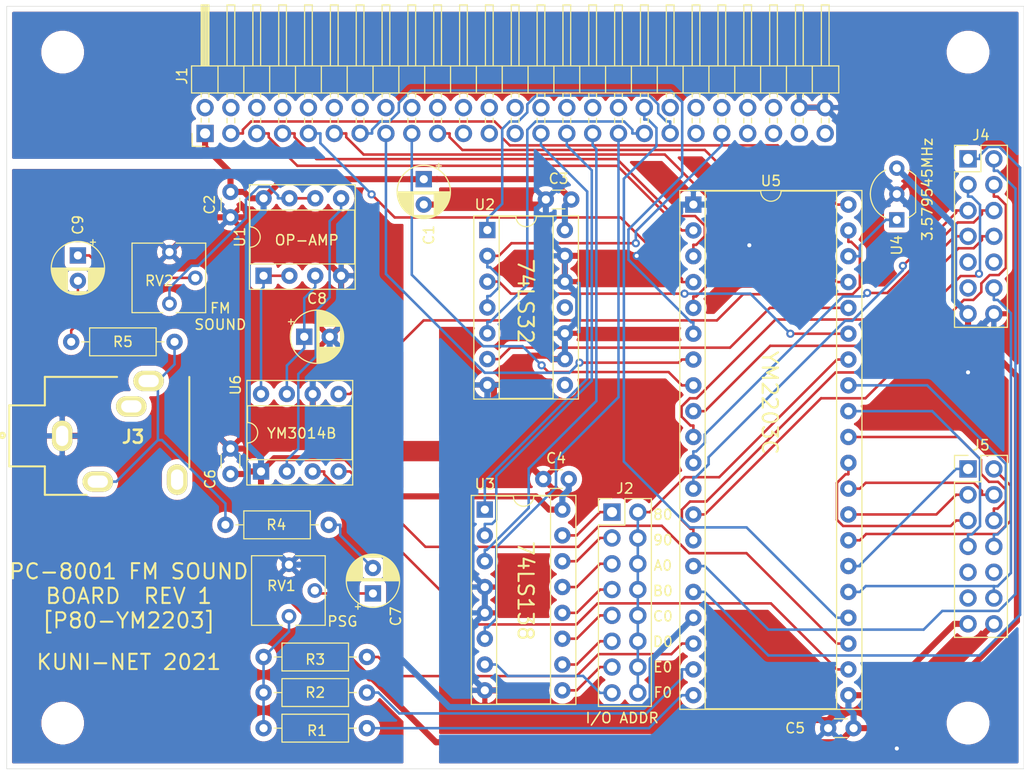
<source format=kicad_pcb>
(kicad_pcb (version 20171130) (host pcbnew "(5.1.4-0-10_14)")
  (layers (0 F.Cu signal) (31 B.Cu signal) (34 B.Paste user) (35 F.Paste user) (36 B.SilkS user) (37 F.SilkS user) (38 B.Mask user) (39 F.Mask user) (44 Edge.Cuts user))
  (net 0 "")
  (net 1 GND)
  (net 2 VCC)
  (net 3 "Net-(C7-Pad2)")
  (net 4 "Net-(C7-Pad1)")
  (net 5 "Net-(C8-Pad1)")
  (net 6 "Net-(C9-Pad2)")
  (net 7 "Net-(C9-Pad1)")
  (net 8 /~IOREQ)
  (net 9 /~WR)
  (net 10 /~RESET)
  (net 11 /~RD)
  (net 12 /A7)
  (net 13 /A6)
  (net 14 /A5)
  (net 15 /A4)
  (net 16 /A0)
  (net 17 /D7)
  (net 18 /D6)
  (net 19 /D5)
  (net 20 /D4)
  (net 21 /D3)
  (net 22 /D2)
  (net 23 /D1)
  (net 24 /D0)
  (net 25 "Net-(J2-Pad10)")
  (net 26 /$F0)
  (net 27 /$E0)
  (net 28 /$D0)
  (net 29 /$C0)
  (net 30 /$B0)
  (net 31 /$A0)
  (net 32 /$90)
  (net 33 /$80)
  (net 34 "Net-(J3-Pad2)")
  (net 35 /IOA1)
  (net 36 /IOA3)
  (net 37 /IOA5)
  (net 38 /IOA7)
  (net 39 /~IRQ)
  (net 40 /IOA6)
  (net 41 /IOA4)
  (net 42 /IOA2)
  (net 43 /IOA0)
  (net 44 /IOB1)
  (net 45 /IOB3)
  (net 46 /IOB5)
  (net 47 /IOB7)
  (net 48 /IOB6)
  (net 49 /IOB4)
  (net 50 /IOB2)
  (net 51 /IOB0)
  (net 52 "Net-(R1-Pad2)")
  (net 53 "Net-(R1-Pad1)")
  (net 54 "Net-(R2-Pad2)")
  (net 55 "Net-(R3-Pad2)")
  (net 56 "Net-(RV2-Pad1)")
  (net 57 "Net-(U1-Pad1)")
  (net 58 "Net-(U1-Pad5)")
  (net 59 /~IORD)
  (net 60 /~IOWR)
  (net 61 "Net-(U4-Pad1)")
  (net 62 "Net-(U5-Pad39)")
  (net 63 "Net-(U5-Pad23)")
  (net 64 "Net-(U5-Pad22)")
  (net 65 GNDA)
  (module Connector_PinHeader_2.54mm:PinHeader_2x07_P2.54mm_Vertical (layer F.Cu) (at 136.5 106.5)
    (fp_text reference J5 (at 1.27 -2.33) (layer F.SilkS))
    (fp_text value B-CON)
    (pad 14 thru_hole oval (at 2.54 15.24) (size 1.7 1.7) (drill 1) (layers *.Cu *.Mask) (net 1 GND))
    (pad 13 thru_hole oval (at 0 15.24) (size 1.7 1.7) (drill 1) (layers *.Cu *.Mask) (net 2 VCC))
    (pad 12 thru_hole oval (at 2.54 12.7) (size 1.7 1.7) (drill 1) (layers *.Cu *.Mask) (net 39 /~IRQ))
    (pad 11 thru_hole oval (at 0 12.7) (size 1.7 1.7) (drill 1) (layers *.Cu *.Mask))
    (pad 10 thru_hole oval (at 2.54 10.16) (size 1.7 1.7) (drill 1) (layers *.Cu *.Mask))
    (pad 9 thru_hole oval (at 0 10.16) (size 1.7 1.7) (drill 1) (layers *.Cu *.Mask))
    (pad 8 thru_hole oval (at 2.54 7.62) (size 1.7 1.7) (drill 1) (layers *.Cu *.Mask) (net 47 /IOB7))
    (pad 7 thru_hole oval (at 0 7.62) (size 1.7 1.7) (drill 1) (layers *.Cu *.Mask) (net 48 /IOB6))
    (pad 6 thru_hole oval (at 2.54 5.08) (size 1.7 1.7) (drill 1) (layers *.Cu *.Mask) (net 46 /IOB5))
    (pad 5 thru_hole oval (at 0 5.08) (size 1.7 1.7) (drill 1) (layers *.Cu *.Mask) (net 49 /IOB4))
    (pad 4 thru_hole oval (at 2.54 2.54) (size 1.7 1.7) (drill 1) (layers *.Cu *.Mask) (net 45 /IOB3))
    (pad 3 thru_hole oval (at 0 2.54) (size 1.7 1.7) (drill 1) (layers *.Cu *.Mask) (net 50 /IOB2))
    (pad 2 thru_hole oval (at 2.54 0) (size 1.7 1.7) (drill 1) (layers *.Cu *.Mask) (net 44 /IOB1))
    (pad 1 thru_hole rect (at 0 0) (size 1.7 1.7) (drill 1) (layers *.Cu *.Mask) (net 51 /IOB0))
  )
  (module Connector_PinHeader_2.54mm:PinHeader_2x07_P2.54mm_Vertical (layer F.Cu) (at 136.5 76)
    (fp_text reference J4 (at 1.27 -2.33) (layer F.SilkS))
    (fp_text value A-CON)
    (pad 14 thru_hole oval (at 2.54 15.24) (size 1.7 1.7) (drill 1) (layers *.Cu *.Mask) (net 1 GND))
    (pad 13 thru_hole oval (at 0 15.24) (size 1.7 1.7) (drill 1) (layers *.Cu *.Mask) (net 2 VCC))
    (pad 12 thru_hole oval (at 2.54 12.7) (size 1.7 1.7) (drill 1) (layers *.Cu *.Mask) (net 39 /~IRQ))
    (pad 11 thru_hole oval (at 0 12.7) (size 1.7 1.7) (drill 1) (layers *.Cu *.Mask))
    (pad 10 thru_hole oval (at 2.54 10.16) (size 1.7 1.7) (drill 1) (layers *.Cu *.Mask))
    (pad 9 thru_hole oval (at 0 10.16) (size 1.7 1.7) (drill 1) (layers *.Cu *.Mask))
    (pad 8 thru_hole oval (at 2.54 7.62) (size 1.7 1.7) (drill 1) (layers *.Cu *.Mask) (net 38 /IOA7))
    (pad 7 thru_hole oval (at 0 7.62) (size 1.7 1.7) (drill 1) (layers *.Cu *.Mask) (net 40 /IOA6))
    (pad 6 thru_hole oval (at 2.54 5.08) (size 1.7 1.7) (drill 1) (layers *.Cu *.Mask) (net 37 /IOA5))
    (pad 5 thru_hole oval (at 0 5.08) (size 1.7 1.7) (drill 1) (layers *.Cu *.Mask) (net 41 /IOA4))
    (pad 4 thru_hole oval (at 2.54 2.54) (size 1.7 1.7) (drill 1) (layers *.Cu *.Mask) (net 36 /IOA3))
    (pad 3 thru_hole oval (at 0 2.54) (size 1.7 1.7) (drill 1) (layers *.Cu *.Mask) (net 42 /IOA2))
    (pad 2 thru_hole oval (at 2.54 0) (size 1.7 1.7) (drill 1) (layers *.Cu *.Mask) (net 35 /IOA1))
    (pad 1 thru_hole rect (at 0 0) (size 1.7 1.7) (drill 1) (layers *.Cu *.Mask) (net 43 /IOA0))
  )
  (module NetTie:NetTie-2_SMD_Pad2.0mm (layer F.Cu) (at 83 104.75)
    (fp_text reference NT1 hide)
    (fp_text value Net-Tie_2)
    (fp_poly (pts (xy -2 -1) (xy 2 -1) (xy 2 1) (xy -2 1)) (layer F.Cu) (width 0))
    (pad 2 smd circle (at 2 0) (size 2 2) (layers F.Cu) (net 1 GND))
    (pad 1 smd circle (at -2 0) (size 2 2) (layers F.Cu) (net 65 GNDA))
  )
  (module Package_DIP:DIP-8_W7.62mm_Socket (layer F.Cu) (at 67 106.75 90)
    (fp_text reference U6 (at 8.5 -2.5 90) (layer F.SilkS))
    (fp_text value YM3014B)
    (pad 8 thru_hole oval (at 7.62 0 90) (size 1.6 1.6) (drill 0.8) (layers *.Cu *.Mask) (net 57 "Net-(U1-Pad1)"))
    (pad 4 thru_hole oval (at 0 7.62 90) (size 1.6 1.6) (drill 0.8) (layers *.Cu *.Mask) (net 63 "Net-(U5-Pad23)"))
    (pad 7 thru_hole oval (at 7.62 2.54 90) (size 1.6 1.6) (drill 0.8) (layers *.Cu *.Mask) (net 5 "Net-(C8-Pad1)"))
    (pad 3 thru_hole oval (at 0 5.08 90) (size 1.6 1.6) (drill 0.8) (layers *.Cu *.Mask) (net 64 "Net-(U5-Pad22)"))
    (pad 6 thru_hole oval (at 7.62 5.08 90) (size 1.6 1.6) (drill 0.8) (layers *.Cu *.Mask) (net 65 GNDA))
    (pad 2 thru_hole oval (at 0 2.54 90) (size 1.6 1.6) (drill 0.8) (layers *.Cu *.Mask) (net 58 "Net-(U1-Pad5)"))
    (pad 5 thru_hole oval (at 7.62 7.62 90) (size 1.6 1.6) (drill 0.8) (layers *.Cu *.Mask) (net 62 "Net-(U5-Pad39)"))
    (pad 1 thru_hole rect (at 0 0 90) (size 1.6 1.6) (drill 0.8) (layers *.Cu *.Mask) (net 2 VCC))
  )
  (module Package_DIP:DIP-40_W15.24mm_Socket (layer F.Cu) (at 109.5 80.5)
    (fp_text reference U5 (at 7.62 -2.33) (layer F.SilkS))
    (fp_text value YM2203)
    (pad 40 thru_hole oval (at 15.24 0) (size 1.6 1.6) (drill 0.8) (layers *.Cu *.Mask) (net 24 /D0))
    (pad 20 thru_hole oval (at 0 48.26) (size 1.6 1.6) (drill 0.8) (layers *.Cu *.Mask) (net 52 "Net-(R1-Pad2)"))
    (pad 39 thru_hole oval (at 15.24 2.54) (size 1.6 1.6) (drill 0.8) (layers *.Cu *.Mask) (net 62 "Net-(U5-Pad39)"))
    (pad 19 thru_hole oval (at 0 45.72) (size 1.6 1.6) (drill 0.8) (layers *.Cu *.Mask) (net 54 "Net-(R2-Pad2)"))
    (pad 38 thru_hole oval (at 15.24 5.08) (size 1.6 1.6) (drill 0.8) (layers *.Cu *.Mask) (net 61 "Net-(U4-Pad1)"))
    (pad 18 thru_hole oval (at 0 43.18) (size 1.6 1.6) (drill 0.8) (layers *.Cu *.Mask) (net 55 "Net-(R3-Pad2)"))
    (pad 37 thru_hole oval (at 15.24 7.62) (size 1.6 1.6) (drill 0.8) (layers *.Cu *.Mask) (net 16 /A0))
    (pad 17 thru_hole oval (at 0 40.64) (size 1.6 1.6) (drill 0.8) (layers *.Cu *.Mask) (net 65 GNDA))
    (pad 36 thru_hole oval (at 15.24 10.16) (size 1.6 1.6) (drill 0.8) (layers *.Cu *.Mask) (net 59 /~IORD))
    (pad 16 thru_hole oval (at 0 38.1) (size 1.6 1.6) (drill 0.8) (layers *.Cu *.Mask) (net 43 /IOA0))
    (pad 35 thru_hole oval (at 15.24 12.7) (size 1.6 1.6) (drill 0.8) (layers *.Cu *.Mask) (net 60 /~IOWR))
    (pad 15 thru_hole oval (at 0 35.56) (size 1.6 1.6) (drill 0.8) (layers *.Cu *.Mask) (net 35 /IOA1))
    (pad 34 thru_hole oval (at 15.24 15.24) (size 1.6 1.6) (drill 0.8) (layers *.Cu *.Mask) (net 25 "Net-(J2-Pad10)"))
    (pad 14 thru_hole oval (at 0 33.02) (size 1.6 1.6) (drill 0.8) (layers *.Cu *.Mask) (net 42 /IOA2))
    (pad 33 thru_hole oval (at 15.24 17.78) (size 1.6 1.6) (drill 0.8) (layers *.Cu *.Mask) (net 47 /IOB7))
    (pad 13 thru_hole oval (at 0 30.48) (size 1.6 1.6) (drill 0.8) (layers *.Cu *.Mask) (net 36 /IOA3))
    (pad 32 thru_hole oval (at 15.24 20.32) (size 1.6 1.6) (drill 0.8) (layers *.Cu *.Mask) (net 48 /IOB6))
    (pad 12 thru_hole oval (at 0 27.94) (size 1.6 1.6) (drill 0.8) (layers *.Cu *.Mask) (net 41 /IOA4))
    (pad 31 thru_hole oval (at 15.24 22.86) (size 1.6 1.6) (drill 0.8) (layers *.Cu *.Mask) (net 46 /IOB5))
    (pad 11 thru_hole oval (at 0 25.4) (size 1.6 1.6) (drill 0.8) (layers *.Cu *.Mask) (net 37 /IOA5))
    (pad 30 thru_hole oval (at 15.24 25.4) (size 1.6 1.6) (drill 0.8) (layers *.Cu *.Mask) (net 49 /IOB4))
    (pad 10 thru_hole oval (at 0 22.86) (size 1.6 1.6) (drill 0.8) (layers *.Cu *.Mask) (net 40 /IOA6))
    (pad 29 thru_hole oval (at 15.24 27.94) (size 1.6 1.6) (drill 0.8) (layers *.Cu *.Mask) (net 45 /IOB3))
    (pad 9 thru_hole oval (at 0 20.32) (size 1.6 1.6) (drill 0.8) (layers *.Cu *.Mask) (net 38 /IOA7))
    (pad 28 thru_hole oval (at 15.24 30.48) (size 1.6 1.6) (drill 0.8) (layers *.Cu *.Mask) (net 50 /IOB2))
    (pad 8 thru_hole oval (at 0 17.78) (size 1.6 1.6) (drill 0.8) (layers *.Cu *.Mask) (net 17 /D7))
    (pad 27 thru_hole oval (at 15.24 33.02) (size 1.6 1.6) (drill 0.8) (layers *.Cu *.Mask) (net 44 /IOB1))
    (pad 7 thru_hole oval (at 0 15.24) (size 1.6 1.6) (drill 0.8) (layers *.Cu *.Mask) (net 18 /D6))
    (pad 26 thru_hole oval (at 15.24 35.56) (size 1.6 1.6) (drill 0.8) (layers *.Cu *.Mask) (net 51 /IOB0))
    (pad 6 thru_hole oval (at 0 12.7) (size 1.6 1.6) (drill 0.8) (layers *.Cu *.Mask) (net 19 /D5))
    (pad 25 thru_hole oval (at 15.24 38.1) (size 1.6 1.6) (drill 0.8) (layers *.Cu *.Mask) (net 39 /~IRQ))
    (pad 5 thru_hole oval (at 0 10.16) (size 1.6 1.6) (drill 0.8) (layers *.Cu *.Mask) (net 20 /D4))
    (pad 24 thru_hole oval (at 15.24 40.64) (size 1.6 1.6) (drill 0.8) (layers *.Cu *.Mask) (net 10 /~RESET))
    (pad 4 thru_hole oval (at 0 7.62) (size 1.6 1.6) (drill 0.8) (layers *.Cu *.Mask) (net 21 /D3))
    (pad 23 thru_hole oval (at 15.24 43.18) (size 1.6 1.6) (drill 0.8) (layers *.Cu *.Mask) (net 63 "Net-(U5-Pad23)"))
    (pad 3 thru_hole oval (at 0 5.08) (size 1.6 1.6) (drill 0.8) (layers *.Cu *.Mask) (net 22 /D2))
    (pad 22 thru_hole oval (at 15.24 45.72) (size 1.6 1.6) (drill 0.8) (layers *.Cu *.Mask) (net 64 "Net-(U5-Pad22)"))
    (pad 2 thru_hole oval (at 0 2.54) (size 1.6 1.6) (drill 0.8) (layers *.Cu *.Mask) (net 23 /D1))
    (pad 21 thru_hole oval (at 15.24 48.26) (size 1.6 1.6) (drill 0.8) (layers *.Cu *.Mask) (net 2 VCC))
    (pad 1 thru_hole rect (at 0 0) (size 1.6 1.6) (drill 0.8) (layers *.Cu *.Mask) (net 1 GND))
  )
  (module Package_TO_SOT_THT:TO-92_Inline_Wide (layer F.Cu) (at 129.5 82 90)
    (fp_text reference U4 (at -2.5 0 90) (layer F.SilkS))
    (fp_text value DLO555MB)
    (pad 1 thru_hole rect (at 0 0 180) (size 1.5 1.5) (drill 0.8) (layers *.Cu *.Mask) (net 61 "Net-(U4-Pad1)"))
    (pad 3 thru_hole circle (at 5.08 0 180) (size 1.5 1.5) (drill 0.8) (layers *.Cu *.Mask) (net 2 VCC))
    (pad 2 thru_hole circle (at 2.54 0 180) (size 1.5 1.5) (drill 0.8) (layers *.Cu *.Mask) (net 1 GND))
  )
  (module Package_DIP:DIP-16_W7.62mm_Socket (layer F.Cu) (at 89 110.5)
    (fp_text reference U3 (at 0 -2.5) (layer F.SilkS))
    (fp_text value 74LS138)
    (pad 16 thru_hole oval (at 7.62 0) (size 1.6 1.6) (drill 0.8) (layers *.Cu *.Mask) (net 2 VCC))
    (pad 8 thru_hole oval (at 0 17.78) (size 1.6 1.6) (drill 0.8) (layers *.Cu *.Mask) (net 1 GND))
    (pad 15 thru_hole oval (at 7.62 2.54) (size 1.6 1.6) (drill 0.8) (layers *.Cu *.Mask) (net 33 /$80))
    (pad 7 thru_hole oval (at 0 15.24) (size 1.6 1.6) (drill 0.8) (layers *.Cu *.Mask) (net 26 /$F0))
    (pad 14 thru_hole oval (at 7.62 5.08) (size 1.6 1.6) (drill 0.8) (layers *.Cu *.Mask) (net 32 /$90))
    (pad 6 thru_hole oval (at 0 12.7) (size 1.6 1.6) (drill 0.8) (layers *.Cu *.Mask) (net 12 /A7))
    (pad 13 thru_hole oval (at 7.62 7.62) (size 1.6 1.6) (drill 0.8) (layers *.Cu *.Mask) (net 31 /$A0))
    (pad 5 thru_hole oval (at 0 10.16) (size 1.6 1.6) (drill 0.8) (layers *.Cu *.Mask) (net 1 GND))
    (pad 12 thru_hole oval (at 7.62 10.16) (size 1.6 1.6) (drill 0.8) (layers *.Cu *.Mask) (net 30 /$B0))
    (pad 4 thru_hole oval (at 0 7.62) (size 1.6 1.6) (drill 0.8) (layers *.Cu *.Mask) (net 1 GND))
    (pad 11 thru_hole oval (at 7.62 12.7) (size 1.6 1.6) (drill 0.8) (layers *.Cu *.Mask) (net 29 /$C0))
    (pad 3 thru_hole oval (at 0 5.08) (size 1.6 1.6) (drill 0.8) (layers *.Cu *.Mask) (net 13 /A6))
    (pad 10 thru_hole oval (at 7.62 15.24) (size 1.6 1.6) (drill 0.8) (layers *.Cu *.Mask) (net 28 /$D0))
    (pad 2 thru_hole oval (at 0 2.54) (size 1.6 1.6) (drill 0.8) (layers *.Cu *.Mask) (net 14 /A5))
    (pad 9 thru_hole oval (at 7.62 17.78) (size 1.6 1.6) (drill 0.8) (layers *.Cu *.Mask) (net 27 /$E0))
    (pad 1 thru_hole rect (at 0 0) (size 1.6 1.6) (drill 0.8) (layers *.Cu *.Mask) (net 15 /A4))
  )
  (module Package_DIP:DIP-14_W7.62mm_Socket (layer F.Cu) (at 89.25 83)
    (fp_text reference U2 (at -0.25 -2.5) (layer F.SilkS))
    (fp_text value 74LS32)
    (pad 14 thru_hole oval (at 7.62 0) (size 1.6 1.6) (drill 0.8) (layers *.Cu *.Mask) (net 2 VCC))
    (pad 7 thru_hole oval (at 0 15.24) (size 1.6 1.6) (drill 0.8) (layers *.Cu *.Mask) (net 1 GND))
    (pad 13 thru_hole oval (at 7.62 2.54) (size 1.6 1.6) (drill 0.8) (layers *.Cu *.Mask) (net 1 GND))
    (pad 6 thru_hole oval (at 0 12.7) (size 1.6 1.6) (drill 0.8) (layers *.Cu *.Mask) (net 59 /~IORD))
    (pad 12 thru_hole oval (at 7.62 5.08) (size 1.6 1.6) (drill 0.8) (layers *.Cu *.Mask) (net 1 GND))
    (pad 5 thru_hole oval (at 0 10.16) (size 1.6 1.6) (drill 0.8) (layers *.Cu *.Mask) (net 11 /~RD))
    (pad 11 thru_hole oval (at 7.62 7.62) (size 1.6 1.6) (drill 0.8) (layers *.Cu *.Mask))
    (pad 4 thru_hole oval (at 0 7.62) (size 1.6 1.6) (drill 0.8) (layers *.Cu *.Mask) (net 8 /~IOREQ))
    (pad 10 thru_hole oval (at 7.62 10.16) (size 1.6 1.6) (drill 0.8) (layers *.Cu *.Mask) (net 1 GND))
    (pad 3 thru_hole oval (at 0 5.08) (size 1.6 1.6) (drill 0.8) (layers *.Cu *.Mask) (net 60 /~IOWR))
    (pad 9 thru_hole oval (at 7.62 12.7) (size 1.6 1.6) (drill 0.8) (layers *.Cu *.Mask) (net 1 GND))
    (pad 2 thru_hole oval (at 0 2.54) (size 1.6 1.6) (drill 0.8) (layers *.Cu *.Mask) (net 8 /~IOREQ))
    (pad 8 thru_hole oval (at 7.62 15.24) (size 1.6 1.6) (drill 0.8) (layers *.Cu *.Mask))
    (pad 1 thru_hole rect (at 0 0) (size 1.6 1.6) (drill 0.8) (layers *.Cu *.Mask) (net 9 /~WR))
  )
  (module Package_DIP:DIP-8_W7.62mm_Socket (layer F.Cu) (at 67.25 87.5 90)
    (fp_text reference U1 (at 3.81 -2.33 90) (layer F.SilkS))
    (fp_text value NJM5532DD)
    (pad 8 thru_hole oval (at 7.62 0 90) (size 1.6 1.6) (drill 0.8) (layers *.Cu *.Mask) (net 2 VCC))
    (pad 4 thru_hole oval (at 0 7.62 90) (size 1.6 1.6) (drill 0.8) (layers *.Cu *.Mask) (net 65 GNDA))
    (pad 7 thru_hole oval (at 7.62 2.54 90) (size 1.6 1.6) (drill 0.8) (layers *.Cu *.Mask) (net 56 "Net-(RV2-Pad1)"))
    (pad 3 thru_hole oval (at 0 5.08 90) (size 1.6 1.6) (drill 0.8) (layers *.Cu *.Mask) (net 5 "Net-(C8-Pad1)"))
    (pad 6 thru_hole oval (at 7.62 5.08 90) (size 1.6 1.6) (drill 0.8) (layers *.Cu *.Mask) (net 56 "Net-(RV2-Pad1)"))
    (pad 2 thru_hole oval (at 0 2.54 90) (size 1.6 1.6) (drill 0.8) (layers *.Cu *.Mask) (net 57 "Net-(U1-Pad1)"))
    (pad 5 thru_hole oval (at 7.62 7.62 90) (size 1.6 1.6) (drill 0.8) (layers *.Cu *.Mask) (net 58 "Net-(U1-Pad5)"))
    (pad 1 thru_hole rect (at 0 0 90) (size 1.6 1.6) (drill 0.8) (layers *.Cu *.Mask) (net 57 "Net-(U1-Pad1)"))
  )
  (module Potentiometer_THT:Potentiometer_Vishay_T73YP_Vertical (layer F.Cu) (at 58 90.25)
    (fp_text reference RV2 (at -1 -2.25) (layer F.SilkS))
    (fp_text value 10k)
    (pad 1 thru_hole circle (at 0 0) (size 1.44 1.44) (drill 0.8) (layers *.Cu *.Mask) (net 56 "Net-(RV2-Pad1)"))
    (pad 2 thru_hole circle (at 2.54 -2.54) (size 1.44 1.44) (drill 0.8) (layers *.Cu *.Mask) (net 7 "Net-(C9-Pad1)"))
    (pad 3 thru_hole circle (at 0 -5.08) (size 1.44 1.44) (drill 0.8) (layers *.Cu *.Mask) (net 65 GNDA))
  )
  (module Potentiometer_THT:Potentiometer_Vishay_T73YP_Vertical (layer F.Cu) (at 69.75 121)
    (fp_text reference RV1 (at -0.75 -3) (layer F.SilkS))
    (fp_text value 1k)
    (pad 1 thru_hole circle (at 0 0) (size 1.44 1.44) (drill 0.8) (layers *.Cu *.Mask) (net 53 "Net-(R1-Pad1)"))
    (pad 2 thru_hole circle (at 2.54 -2.54) (size 1.44 1.44) (drill 0.8) (layers *.Cu *.Mask) (net 4 "Net-(C7-Pad1)"))
    (pad 3 thru_hole circle (at 0 -5.08) (size 1.44 1.44) (drill 0.8) (layers *.Cu *.Mask) (net 65 GNDA))
  )
  (module Resistor_THT:R_Axial_DIN0207_L6.3mm_D2.5mm_P10.16mm_Horizontal (layer F.Cu) (at 58.5 94 180)
    (fp_text reference R5 (at 5.08 0) (layer F.SilkS))
    (fp_text value 1k)
    (pad 2 thru_hole oval (at 10.16 0 180) (size 1.6 1.6) (drill 0.8) (layers *.Cu *.Mask) (net 6 "Net-(C9-Pad2)"))
    (pad 1 thru_hole circle (at 0 0 180) (size 1.6 1.6) (drill 0.8) (layers *.Cu *.Mask) (net 34 "Net-(J3-Pad2)"))
  )
  (module Resistor_THT:R_Axial_DIN0207_L6.3mm_D2.5mm_P10.16mm_Horizontal (layer F.Cu) (at 63.5 112)
    (fp_text reference R4 (at 5 0) (layer F.SilkS))
    (fp_text value 1k)
    (pad 2 thru_hole oval (at 10.16 0) (size 1.6 1.6) (drill 0.8) (layers *.Cu *.Mask) (net 3 "Net-(C7-Pad2)"))
    (pad 1 thru_hole circle (at 0 0) (size 1.6 1.6) (drill 0.8) (layers *.Cu *.Mask) (net 34 "Net-(J3-Pad2)"))
  )
  (module Resistor_THT:R_Axial_DIN0207_L6.3mm_D2.5mm_P10.16mm_Horizontal (layer F.Cu) (at 67.25 125)
    (fp_text reference R3 (at 5.08 0.25) (layer F.SilkS))
    (fp_text value 1k)
    (pad 2 thru_hole oval (at 10.16 0) (size 1.6 1.6) (drill 0.8) (layers *.Cu *.Mask) (net 55 "Net-(R3-Pad2)"))
    (pad 1 thru_hole circle (at 0 0) (size 1.6 1.6) (drill 0.8) (layers *.Cu *.Mask) (net 53 "Net-(R1-Pad1)"))
  )
  (module Resistor_THT:R_Axial_DIN0207_L6.3mm_D2.5mm_P10.16mm_Horizontal (layer F.Cu) (at 67.25 128.5)
    (fp_text reference R2 (at 5.08 0) (layer F.SilkS))
    (fp_text value 1k)
    (pad 2 thru_hole oval (at 10.16 0) (size 1.6 1.6) (drill 0.8) (layers *.Cu *.Mask) (net 54 "Net-(R2-Pad2)"))
    (pad 1 thru_hole circle (at 0 0) (size 1.6 1.6) (drill 0.8) (layers *.Cu *.Mask) (net 53 "Net-(R1-Pad1)"))
  )
  (module Resistor_THT:R_Axial_DIN0207_L6.3mm_D2.5mm_P10.16mm_Horizontal (layer F.Cu) (at 67.25 132)
    (fp_text reference R1 (at 5.25 0.25) (layer F.SilkS))
    (fp_text value 1k)
    (pad 2 thru_hole oval (at 10.16 0) (size 1.6 1.6) (drill 0.8) (layers *.Cu *.Mask) (net 52 "Net-(R1-Pad2)"))
    (pad 1 thru_hole circle (at 0 0) (size 1.6 1.6) (drill 0.8) (layers *.Cu *.Mask) (net 53 "Net-(R1-Pad1)"))
  )
  (module AJ-1780:AJ-1780 (layer F.Cu) (at 45.75 103.25)
    (fp_text reference J3 (at 8.678 0.093) (layer F.SilkS) (effects (font (size 1.27 1.27) (thickness 0.254))))
    (fp_text value Audio-Jack-3_2Switches hide)
    (pad 5 thru_hole oval (at 5.2 4.5 90) (size 2 3) (drill oval 1.2 2) (layers *.Cu *.Mask F.SilkS) (net 34 "Net-(J3-Pad2)"))
    (pad 4 thru_hole oval (at 13 4.3 90) (size 3 2) (drill oval 2 1.2) (layers *.Cu *.Mask F.SilkS))
    (pad 3 thru_hole oval (at 8.5 -2.9 90) (size 2 3) (drill oval 1.2 2) (layers *.Cu *.Mask F.SilkS))
    (pad 2 thru_hole oval (at 10.2 -5.4 90) (size 2 3) (drill oval 1.2 2) (layers *.Cu *.Mask F.SilkS) (net 34 "Net-(J3-Pad2)"))
    (pad 1 thru_hole oval (at 1.7 0 90) (size 3 2) (drill oval 2 1.2) (layers *.Cu *.Mask F.SilkS) (net 65 GNDA))
  )
  (module Connector_PinHeader_2.54mm:PinHeader_2x08_P2.54mm_Vertical (layer F.Cu) (at 101.5 110.75)
    (fp_text reference J2 (at 1.27 -2.33) (layer F.SilkS))
    (fp_text value "ADDR JP")
    (pad 16 thru_hole oval (at 2.54 17.78) (size 1.7 1.7) (drill 1) (layers *.Cu *.Mask) (net 25 "Net-(J2-Pad10)"))
    (pad 15 thru_hole oval (at 0 17.78) (size 1.7 1.7) (drill 1) (layers *.Cu *.Mask) (net 26 /$F0))
    (pad 14 thru_hole oval (at 2.54 15.24) (size 1.7 1.7) (drill 1) (layers *.Cu *.Mask) (net 25 "Net-(J2-Pad10)"))
    (pad 13 thru_hole oval (at 0 15.24) (size 1.7 1.7) (drill 1) (layers *.Cu *.Mask) (net 27 /$E0))
    (pad 12 thru_hole oval (at 2.54 12.7) (size 1.7 1.7) (drill 1) (layers *.Cu *.Mask) (net 25 "Net-(J2-Pad10)"))
    (pad 11 thru_hole oval (at 0 12.7) (size 1.7 1.7) (drill 1) (layers *.Cu *.Mask) (net 28 /$D0))
    (pad 10 thru_hole oval (at 2.54 10.16) (size 1.7 1.7) (drill 1) (layers *.Cu *.Mask) (net 25 "Net-(J2-Pad10)"))
    (pad 9 thru_hole oval (at 0 10.16) (size 1.7 1.7) (drill 1) (layers *.Cu *.Mask) (net 29 /$C0))
    (pad 8 thru_hole oval (at 2.54 7.62) (size 1.7 1.7) (drill 1) (layers *.Cu *.Mask) (net 25 "Net-(J2-Pad10)"))
    (pad 7 thru_hole oval (at 0 7.62) (size 1.7 1.7) (drill 1) (layers *.Cu *.Mask) (net 30 /$B0))
    (pad 6 thru_hole oval (at 2.54 5.08) (size 1.7 1.7) (drill 1) (layers *.Cu *.Mask) (net 25 "Net-(J2-Pad10)"))
    (pad 5 thru_hole oval (at 0 5.08) (size 1.7 1.7) (drill 1) (layers *.Cu *.Mask) (net 31 /$A0))
    (pad 4 thru_hole oval (at 2.54 2.54) (size 1.7 1.7) (drill 1) (layers *.Cu *.Mask) (net 25 "Net-(J2-Pad10)"))
    (pad 3 thru_hole oval (at 0 2.54) (size 1.7 1.7) (drill 1) (layers *.Cu *.Mask) (net 32 /$90))
    (pad 2 thru_hole oval (at 2.54 0) (size 1.7 1.7) (drill 1) (layers *.Cu *.Mask) (net 25 "Net-(J2-Pad10)"))
    (pad 1 thru_hole rect (at 0 0) (size 1.7 1.7) (drill 1) (layers *.Cu *.Mask) (net 33 /$80))
  )
  (module Connector_PinHeader_2.54mm:PinHeader_2x25_P2.54mm_Horizontal (layer F.Cu) (at 61.5 73.5 90)
    (fp_text reference J1 (at 5.655 -2.27 90) (layer F.SilkS))
    (fp_text value "PC-8001 ext BUS")
    (pad 50 thru_hole oval (at 2.54 60.96 90) (size 1.7 1.7) (drill 1) (layers *.Cu *.Mask) (net 1 GND))
    (pad 49 thru_hole oval (at 0 60.96 90) (size 1.7 1.7) (drill 1) (layers *.Cu *.Mask))
    (pad 48 thru_hole oval (at 2.54 58.42 90) (size 1.7 1.7) (drill 1) (layers *.Cu *.Mask) (net 1 GND))
    (pad 47 thru_hole oval (at 0 58.42 90) (size 1.7 1.7) (drill 1) (layers *.Cu *.Mask))
    (pad 46 thru_hole oval (at 2.54 55.88 90) (size 1.7 1.7) (drill 1) (layers *.Cu *.Mask))
    (pad 45 thru_hole oval (at 0 55.88 90) (size 1.7 1.7) (drill 1) (layers *.Cu *.Mask))
    (pad 44 thru_hole oval (at 2.54 53.34 90) (size 1.7 1.7) (drill 1) (layers *.Cu *.Mask))
    (pad 43 thru_hole oval (at 0 53.34 90) (size 1.7 1.7) (drill 1) (layers *.Cu *.Mask))
    (pad 42 thru_hole oval (at 2.54 50.8 90) (size 1.7 1.7) (drill 1) (layers *.Cu *.Mask))
    (pad 41 thru_hole oval (at 0 50.8 90) (size 1.7 1.7) (drill 1) (layers *.Cu *.Mask) (net 8 /~IOREQ))
    (pad 40 thru_hole oval (at 2.54 48.26 90) (size 1.7 1.7) (drill 1) (layers *.Cu *.Mask))
    (pad 39 thru_hole oval (at 0 48.26 90) (size 1.7 1.7) (drill 1) (layers *.Cu *.Mask))
    (pad 38 thru_hole oval (at 2.54 45.72 90) (size 1.7 1.7) (drill 1) (layers *.Cu *.Mask))
    (pad 37 thru_hole oval (at 0 45.72 90) (size 1.7 1.7) (drill 1) (layers *.Cu *.Mask) (net 9 /~WR))
    (pad 36 thru_hole oval (at 2.54 43.18 90) (size 1.7 1.7) (drill 1) (layers *.Cu *.Mask) (net 10 /~RESET))
    (pad 35 thru_hole oval (at 0 43.18 90) (size 1.7 1.7) (drill 1) (layers *.Cu *.Mask) (net 11 /~RD))
    (pad 34 thru_hole oval (at 2.54 40.64 90) (size 1.7 1.7) (drill 1) (layers *.Cu *.Mask))
    (pad 33 thru_hole oval (at 0 40.64 90) (size 1.7 1.7) (drill 1) (layers *.Cu *.Mask) (net 12 /A7))
    (pad 32 thru_hole oval (at 2.54 38.1 90) (size 1.7 1.7) (drill 1) (layers *.Cu *.Mask))
    (pad 31 thru_hole oval (at 0 38.1 90) (size 1.7 1.7) (drill 1) (layers *.Cu *.Mask) (net 13 /A6))
    (pad 30 thru_hole oval (at 2.54 35.56 90) (size 1.7 1.7) (drill 1) (layers *.Cu *.Mask))
    (pad 29 thru_hole oval (at 0 35.56 90) (size 1.7 1.7) (drill 1) (layers *.Cu *.Mask) (net 14 /A5))
    (pad 28 thru_hole oval (at 2.54 33.02 90) (size 1.7 1.7) (drill 1) (layers *.Cu *.Mask))
    (pad 27 thru_hole oval (at 0 33.02 90) (size 1.7 1.7) (drill 1) (layers *.Cu *.Mask) (net 15 /A4))
    (pad 26 thru_hole oval (at 2.54 30.48 90) (size 1.7 1.7) (drill 1) (layers *.Cu *.Mask))
    (pad 25 thru_hole oval (at 0 30.48 90) (size 1.7 1.7) (drill 1) (layers *.Cu *.Mask))
    (pad 24 thru_hole oval (at 2.54 27.94 90) (size 1.7 1.7) (drill 1) (layers *.Cu *.Mask))
    (pad 23 thru_hole oval (at 0 27.94 90) (size 1.7 1.7) (drill 1) (layers *.Cu *.Mask))
    (pad 22 thru_hole oval (at 2.54 25.4 90) (size 1.7 1.7) (drill 1) (layers *.Cu *.Mask))
    (pad 21 thru_hole oval (at 0 25.4 90) (size 1.7 1.7) (drill 1) (layers *.Cu *.Mask))
    (pad 20 thru_hole oval (at 2.54 22.86 90) (size 1.7 1.7) (drill 1) (layers *.Cu *.Mask))
    (pad 19 thru_hole oval (at 0 22.86 90) (size 1.7 1.7) (drill 1) (layers *.Cu *.Mask) (net 16 /A0))
    (pad 18 thru_hole oval (at 2.54 20.32 90) (size 1.7 1.7) (drill 1) (layers *.Cu *.Mask))
    (pad 17 thru_hole oval (at 0 20.32 90) (size 1.7 1.7) (drill 1) (layers *.Cu *.Mask) (net 17 /D7))
    (pad 16 thru_hole oval (at 2.54 17.78 90) (size 1.7 1.7) (drill 1) (layers *.Cu *.Mask))
    (pad 15 thru_hole oval (at 0 17.78 90) (size 1.7 1.7) (drill 1) (layers *.Cu *.Mask) (net 18 /D6))
    (pad 14 thru_hole oval (at 2.54 15.24 90) (size 1.7 1.7) (drill 1) (layers *.Cu *.Mask))
    (pad 13 thru_hole oval (at 0 15.24 90) (size 1.7 1.7) (drill 1) (layers *.Cu *.Mask) (net 19 /D5))
    (pad 12 thru_hole oval (at 2.54 12.7 90) (size 1.7 1.7) (drill 1) (layers *.Cu *.Mask))
    (pad 11 thru_hole oval (at 0 12.7 90) (size 1.7 1.7) (drill 1) (layers *.Cu *.Mask) (net 20 /D4))
    (pad 10 thru_hole oval (at 2.54 10.16 90) (size 1.7 1.7) (drill 1) (layers *.Cu *.Mask))
    (pad 9 thru_hole oval (at 0 10.16 90) (size 1.7 1.7) (drill 1) (layers *.Cu *.Mask) (net 21 /D3))
    (pad 8 thru_hole oval (at 2.54 7.62 90) (size 1.7 1.7) (drill 1) (layers *.Cu *.Mask))
    (pad 7 thru_hole oval (at 0 7.62 90) (size 1.7 1.7) (drill 1) (layers *.Cu *.Mask) (net 22 /D2))
    (pad 6 thru_hole oval (at 2.54 5.08 90) (size 1.7 1.7) (drill 1) (layers *.Cu *.Mask))
    (pad 5 thru_hole oval (at 0 5.08 90) (size 1.7 1.7) (drill 1) (layers *.Cu *.Mask) (net 23 /D1))
    (pad 4 thru_hole oval (at 2.54 2.54 90) (size 1.7 1.7) (drill 1) (layers *.Cu *.Mask))
    (pad 3 thru_hole oval (at 0 2.54 90) (size 1.7 1.7) (drill 1) (layers *.Cu *.Mask) (net 24 /D0))
    (pad 2 thru_hole oval (at 2.54 0 90) (size 1.7 1.7) (drill 1) (layers *.Cu *.Mask))
    (pad 1 thru_hole rect (at 0 0 90) (size 1.7 1.7) (drill 1) (layers *.Cu *.Mask) (net 2 VCC))
  )
  (module MountingHole:MountingHole_3.2mm_M3 (layer F.Cu) (at 47.5 131.5)
    (fp_text reference H4 hide)
    (fp_text value MountingHole)
    (pad 1 np_thru_hole circle (at 0 0) (size 3.2 3.2) (drill 3.2) (layers *.Cu *.Mask))
  )
  (module MountingHole:MountingHole_3.2mm_M3 (layer F.Cu) (at 136.5 131.5)
    (fp_text reference H3 hide)
    (fp_text value MountingHole)
    (pad 1 np_thru_hole circle (at 0 0) (size 3.2 3.2) (drill 3.2) (layers *.Cu *.Mask))
  )
  (module MountingHole:MountingHole_3.2mm_M3 (layer F.Cu) (at 136.5 65.5)
    (fp_text reference H2 hide)
    (fp_text value MountingHole)
    (pad 1 np_thru_hole circle (at 0 0) (size 3.2 3.2) (drill 3.2) (layers *.Cu *.Mask))
  )
  (module MountingHole:MountingHole_3.2mm_M3 (layer F.Cu) (at 47.5 65.5)
    (fp_text reference H1 hide)
    (fp_text value MountingHole)
    (pad 1 np_thru_hole circle (at 0 0) (size 3.2 3.2) (drill 3.2) (layers *.Cu *.Mask))
  )
  (module Capacitor_THT:CP_Radial_D5.0mm_P2.50mm (layer F.Cu) (at 49 85.5 270)
    (fp_text reference C9 (at -3 0 90) (layer F.SilkS))
    (fp_text value 10u)
    (pad 2 thru_hole circle (at 2.5 0 270) (size 1.6 1.6) (drill 0.8) (layers *.Cu *.Mask) (net 6 "Net-(C9-Pad2)"))
    (pad 1 thru_hole rect (at 0 0 270) (size 1.6 1.6) (drill 0.8) (layers *.Cu *.Mask) (net 7 "Net-(C9-Pad1)"))
  )
  (module Capacitor_THT:CP_Radial_D5.0mm_P2.50mm (layer F.Cu) (at 71.25 93.5)
    (fp_text reference C8 (at 1.25 -3.75) (layer F.SilkS))
    (fp_text value 10u)
    (pad 2 thru_hole circle (at 2.5 0) (size 1.6 1.6) (drill 0.8) (layers *.Cu *.Mask) (net 65 GNDA))
    (pad 1 thru_hole rect (at 0 0) (size 1.6 1.6) (drill 0.8) (layers *.Cu *.Mask) (net 5 "Net-(C8-Pad1)"))
  )
  (module Capacitor_THT:CP_Radial_D5.0mm_P2.50mm (layer F.Cu) (at 78 118.75 90)
    (fp_text reference C7 (at -2.25 2.25 90) (layer F.SilkS))
    (fp_text value 10u)
    (pad 2 thru_hole circle (at 2.5 0 90) (size 1.6 1.6) (drill 0.8) (layers *.Cu *.Mask) (net 3 "Net-(C7-Pad2)"))
    (pad 1 thru_hole rect (at 0 0 90) (size 1.6 1.6) (drill 0.8) (layers *.Cu *.Mask) (net 4 "Net-(C7-Pad1)"))
  )
  (module Capacitor_THT:C_Disc_D3.0mm_W1.6mm_P2.50mm (layer F.Cu) (at 64 104.5 270)
    (fp_text reference C6 (at 3 2 90) (layer F.SilkS))
    (fp_text value 0.1u)
    (pad 2 thru_hole circle (at 2.5 0 270) (size 1.6 1.6) (drill 0.8) (layers *.Cu *.Mask) (net 2 VCC))
    (pad 1 thru_hole circle (at 0 0 270) (size 1.6 1.6) (drill 0.8) (layers *.Cu *.Mask) (net 65 GNDA))
  )
  (module Capacitor_THT:C_Disc_D3.0mm_W1.6mm_P2.50mm (layer F.Cu) (at 122.75 132)
    (fp_text reference C5 (at -3.25 0) (layer F.SilkS))
    (fp_text value 0.1u)
    (pad 2 thru_hole circle (at 2.5 0) (size 1.6 1.6) (drill 0.8) (layers *.Cu *.Mask) (net 2 VCC))
    (pad 1 thru_hole circle (at 0 0) (size 1.6 1.6) (drill 0.8) (layers *.Cu *.Mask) (net 1 GND))
  )
  (module Capacitor_THT:C_Disc_D3.0mm_W1.6mm_P2.50mm (layer F.Cu) (at 94.75 107.5)
    (fp_text reference C4 (at 1.25 -2.05) (layer F.SilkS))
    (fp_text value 0.1u)
    (pad 2 thru_hole circle (at 2.5 0) (size 1.6 1.6) (drill 0.8) (layers *.Cu *.Mask) (net 2 VCC))
    (pad 1 thru_hole circle (at 0 0) (size 1.6 1.6) (drill 0.8) (layers *.Cu *.Mask) (net 1 GND))
  )
  (module Capacitor_THT:C_Disc_D3.0mm_W1.6mm_P2.50mm (layer F.Cu) (at 95 80)
    (fp_text reference C3 (at 1.25 -2.05) (layer F.SilkS))
    (fp_text value 0.1u)
    (pad 2 thru_hole circle (at 2.5 0) (size 1.6 1.6) (drill 0.8) (layers *.Cu *.Mask) (net 2 VCC))
    (pad 1 thru_hole circle (at 0 0) (size 1.6 1.6) (drill 0.8) (layers *.Cu *.Mask) (net 1 GND))
  )
  (module Capacitor_THT:C_Disc_D3.0mm_W1.6mm_P2.50mm (layer F.Cu) (at 64 81.75 90)
    (fp_text reference C2 (at 1.25 -2.05 90) (layer F.SilkS))
    (fp_text value 0.1u)
    (pad 2 thru_hole circle (at 2.5 0 90) (size 1.6 1.6) (drill 0.8) (layers *.Cu *.Mask) (net 2 VCC))
    (pad 1 thru_hole circle (at 0 0 90) (size 1.6 1.6) (drill 0.8) (layers *.Cu *.Mask) (net 65 GNDA))
  )
  (module Capacitor_THT:CP_Radial_D5.0mm_P2.50mm (layer F.Cu) (at 83 78 270)
    (fp_text reference C1 (at 5.5 -0.5 90) (layer F.SilkS))
    (fp_text value 10u)
    (pad 2 thru_hole circle (at 2.5 0 270) (size 1.6 1.6) (drill 0.8) (layers *.Cu *.Mask) (net 1 GND))
    (pad 1 thru_hole rect (at 0 0 270) (size 1.6 1.6) (drill 0.8) (layers *.Cu *.Mask) (net 2 VCC))
  )
  (gr_text "KUNI-NET 2021" (at 54 125.5) (layer F.SilkS) (effects (font (size 1.5 1.5) (thickness 0.2))))
  (gr_text 3.579545MHz (at 132.5 79 90) (layer F.SilkS) (effects (font (size 1 1))))
  (gr_text "FM\nSOUND" (at 63 91.5) (layer F.SilkS) (effects (font (size 1 1))))
  (gr_text PSG (at 75 121.5) (layer F.SilkS) (effects (font (size 1 1))))
  (gr_text "PC-8001 FM SOUND\nBOARD  REV 1\n[P80-YM2203]" (at 54 119) (layer F.SilkS) (effects (font (size 1.5 1.5) (thickness 0.2))))
  (gr_text "I/O ADDR" (at 102.5 131) (layer F.SilkS) (effects (font (size 1 1))))
  (gr_text F0 (at 106.5 128.5) (layer F.SilkS) (effects (font (size 1 1))))
  (gr_text E0 (at 106.5 126) (layer F.SilkS) (effects (font (size 1 1))))
  (gr_text D0 (at 106.5 123.5) (layer F.SilkS) (effects (font (size 1 1))))
  (gr_text C0 (at 106.5 121) (layer F.SilkS) (effects (font (size 1 1))))
  (gr_text B0 (at 106.5 118.5) (layer F.SilkS) (effects (font (size 1 1))))
  (gr_text A0 (at 106.5 116) (layer F.SilkS) (effects (font (size 1 1))))
  (gr_text 90 (at 106.5 113.5) (layer F.SilkS) (effects (font (size 1 1))))
  (gr_text 80 (at 106.5 111) (layer F.SilkS) (effects (font (size 1 1))))
  (gr_text OP-AMP (at 71.5 84) (layer F.SilkS) (effects (font (size 1 1))))
  (gr_text YM3014B (at 71 103) (layer F.SilkS) (effects (font (size 1 1))))
  (gr_text 74LS138 (at 93 118.5 270) (layer F.SilkS) (effects (font (size 1.5 1.5) (thickness 0.2))))
  (gr_text 74LS32 (at 93 90 270) (layer F.SilkS) (effects (font (size 1.5 1.5) (thickness 0.2))))
  (gr_text YM2203C (at 117 100 270) (layer F.SilkS) (effects (font (size 1.5 1.5) (thickness 0.2))))
  (gr_line (start 42 136) (end 42 61) (layer Edge.Cuts) (width 0.05))
  (gr_line (start 142 136) (end 42 136) (layer Edge.Cuts) (width 0.05))
  (gr_line (start 142 61) (end 142 136) (layer Edge.Cuts) (width 0.05))
  (gr_line (start 42 61) (end 142 61) (layer Edge.Cuts) (width 0.05))
  (segment (start 96.87 85.54) (end 103.928 85.54) (width 0.6) (layer F.Cu) (net 1))
  (segment (start 108.1997 80.5) (end 108.1997 81.2683) (width 0.6) (layer B.Cu) (net 1))
  (segment (start 108.1997 81.2683) (end 103.928 85.54) (width 0.6) (layer B.Cu) (net 1))
  (segment (start 139.04 91.24) (end 137.6717 92.6083) (width 0.6) (layer B.Cu) (net 1))
  (segment (start 137.6717 92.6083) (end 135.9228 92.6083) (width 0.6) (layer B.Cu) (net 1))
  (segment (start 135.9228 92.6083) (end 131.0043 87.6898) (width 0.6) (layer B.Cu) (net 1))
  (segment (start 131.0043 87.6898) (end 131.0043 80.9643) (width 0.6) (layer B.Cu) (net 1))
  (segment (start 131.0043 80.9643) (end 129.5 79.46) (width 0.6) (layer B.Cu) (net 1))
  (segment (start 110.8003 80.5) (end 116.2949 75.0054) (width 0.6) (layer B.Cu) (net 1))
  (segment (start 116.2949 75.0054) (end 123.8274 75.0054) (width 0.6) (layer B.Cu) (net 1))
  (segment (start 109.5 80.5) (end 108.1997 80.5) (width 0.6) (layer B.Cu) (net 1))
  (segment (start 96.87 88.08) (end 96.87 85.54) (width 0.6) (layer F.Cu) (net 1))
  (segment (start 96.87 95.7) (end 95.5697 95.7) (width 0.6) (layer F.Cu) (net 1))
  (segment (start 95.5697 95.7) (end 95.2299 95.3602) (width 0.6) (layer F.Cu) (net 1))
  (segment (start 95.2299 95.3602) (end 93.4301 95.3602) (width 0.6) (layer F.Cu) (net 1))
  (segment (start 93.4301 95.3602) (end 90.5503 98.24) (width 0.6) (layer F.Cu) (net 1))
  (segment (start 88.5 101.25) (end 85 104.75) (width 0.6) (layer F.Cu) (net 1))
  (segment (start 89.9002 98.24) (end 89.9002 99.8498) (width 0.6) (layer F.Cu) (net 1))
  (segment (start 89.9002 99.8498) (end 88.5 101.25) (width 0.6) (layer F.Cu) (net 1))
  (segment (start 94.75 107.5) (end 88.5 101.25) (width 0.6) (layer F.Cu) (net 1))
  (segment (start 89.9002 98.24) (end 90.5503 98.24) (width 0.6) (layer F.Cu) (net 1))
  (segment (start 89.25 98.24) (end 89.9002 98.24) (width 0.6) (layer F.Cu) (net 1))
  (segment (start 123.8274 75.0054) (end 125.0454 75.0054) (width 0.6) (layer B.Cu) (net 1))
  (segment (start 125.0454 75.0054) (end 129.5 79.46) (width 0.6) (layer B.Cu) (net 1))
  (segment (start 122.46 70.96) (end 123.8274 72.3274) (width 0.6) (layer B.Cu) (net 1))
  (segment (start 123.8274 72.3274) (end 123.8274 75.0054) (width 0.6) (layer B.Cu) (net 1))
  (segment (start 109.5 80.5) (end 110.8003 80.5) (width 0.6) (layer B.Cu) (net 1))
  (segment (start 122.75 131.2) (end 93.2203 131.2) (width 0.6) (layer F.Cu) (net 1))
  (segment (start 93.2203 131.2) (end 90.3003 128.28) (width 0.6) (layer F.Cu) (net 1))
  (segment (start 139.04 121.74) (end 130.5088 130.2712) (width 0.6) (layer F.Cu) (net 1))
  (segment (start 130.5088 130.2712) (end 123.6788 130.2712) (width 0.6) (layer F.Cu) (net 1))
  (segment (start 123.6788 130.2712) (end 122.75 131.2) (width 0.6) (layer F.Cu) (net 1))
  (segment (start 122.75 132) (end 122.75 131.2) (width 0.6) (layer F.Cu) (net 1))
  (segment (start 89 128.28) (end 90.3003 128.28) (width 0.6) (layer F.Cu) (net 1))
  (segment (start 96.87 88.08) (end 98.1738 89.3838) (width 0.6) (layer B.Cu) (net 1))
  (segment (start 98.1738 89.3838) (end 98.1738 91.8562) (width 0.6) (layer B.Cu) (net 1))
  (segment (start 98.1738 91.8562) (end 96.87 93.16) (width 0.6) (layer B.Cu) (net 1))
  (segment (start 122.46 70.96) (end 119.92 70.96) (width 0.6) (layer F.Cu) (net 1))
  (segment (start 89.25 99.5403) (end 87.6819 101.1084) (width 0.6) (layer B.Cu) (net 1))
  (segment (start 87.6819 101.1084) (end 87.6819 116.8019) (width 0.6) (layer B.Cu) (net 1))
  (segment (start 87.6819 116.8019) (end 89 118.12) (width 0.6) (layer B.Cu) (net 1))
  (segment (start 89 118.12) (end 89 120.66) (width 0.6) (layer B.Cu) (net 1))
  (segment (start 96.87 93.16) (end 96.87 95.7) (width 0.6) (layer B.Cu) (net 1))
  (segment (start 89 120.66) (end 87.6984 121.9616) (width 0.6) (layer B.Cu) (net 1))
  (segment (start 87.6984 121.9616) (end 87.6984 126.9784) (width 0.6) (layer B.Cu) (net 1))
  (segment (start 87.6984 126.9784) (end 89 128.28) (width 0.6) (layer B.Cu) (net 1))
  (segment (start 89.25 98.24) (end 89.25 99.5403) (width 0.6) (layer B.Cu) (net 1))
  (segment (start 83 80.5) (end 94.5 80.5) (width 0.6) (layer F.Cu) (net 1))
  (segment (start 94.5 80.5) (end 95 80) (width 0.6) (layer F.Cu) (net 1))
  (segment (start 95 80) (end 95 83.67) (width 0.6) (layer B.Cu) (net 1))
  (segment (start 95 83.67) (end 96.87 85.54) (width 0.6) (layer B.Cu) (net 1))
  (via (at 103.928 85.54) (size 0.8) (layers F.Cu B.Cu) (net 1))
  (via (at 129.5 134) (size 0.8) (drill 0.4) (layers F.Cu B.Cu) (net 1))
  (via (at 136.5 97) (size 0.8) (drill 0.4) (layers F.Cu B.Cu) (net 1))
  (via (at 115 84.5) (size 0.8) (drill 0.4) (layers F.Cu B.Cu) (net 1))
  (segment (start 67 106.75) (end 68.3049 105.4451) (width 0.6) (layer F.Cu) (net 2))
  (segment (start 68.3049 105.4451) (end 75.3248 105.4451) (width 0.6) (layer F.Cu) (net 2))
  (segment (start 75.3248 105.4451) (end 79.0794 109.1997) (width 0.6) (layer F.Cu) (net 2))
  (segment (start 79.0794 109.1997) (end 94.0194 109.1997) (width 0.6) (layer F.Cu) (net 2))
  (segment (start 94.0194 109.1997) (end 95.3197 110.5) (width 0.6) (layer F.Cu) (net 2))
  (segment (start 67 106.75) (end 67 116.4291) (width 0.6) (layer F.Cu) (net 2))
  (segment (start 67 116.4291) (end 77.6747 127.1038) (width 0.6) (layer F.Cu) (net 2))
  (segment (start 77.6747 127.1038) (end 77.9174 127.1038) (width 0.6) (layer F.Cu) (net 2))
  (segment (start 77.9174 127.1038) (end 84.1996 133.386) (width 0.6) (layer F.Cu) (net 2))
  (segment (start 84.1996 133.386) (end 123.864 133.386) (width 0.6) (layer F.Cu) (net 2))
  (segment (start 123.864 133.386) (end 125.25 132) (width 0.6) (layer F.Cu) (net 2))
  (segment (start 96.62 110.5) (end 95.3197 110.5) (width 0.6) (layer F.Cu) (net 2))
  (segment (start 84.3003 78) (end 95.5 78) (width 0.6) (layer F.Cu) (net 2))
  (segment (start 95.5 78) (end 97.5 80) (width 0.6) (layer F.Cu) (net 2))
  (segment (start 96.62 110.5) (end 96.62 109.1997) (width 0.6) (layer B.Cu) (net 2))
  (segment (start 96.62 109.1997) (end 97.25 108.5697) (width 0.6) (layer B.Cu) (net 2))
  (segment (start 97.25 108.5697) (end 97.25 107.5) (width 0.6) (layer B.Cu) (net 2))
  (segment (start 61.5 73.5) (end 61.5 74.8503) (width 0.6) (layer F.Cu) (net 2))
  (segment (start 64 79.25) (end 64 77.3503) (width 0.6) (layer F.Cu) (net 2))
  (segment (start 64 77.3503) (end 61.5 74.8503) (width 0.6) (layer F.Cu) (net 2))
  (segment (start 64 79.25) (end 65.3197 79.25) (width 0.6) (layer F.Cu) (net 2))
  (segment (start 65.3197 79.25) (end 65.9497 79.88) (width 0.6) (layer F.Cu) (net 2))
  (segment (start 83 78) (end 81.6997 78) (width 0.6) (layer F.Cu) (net 2))
  (segment (start 81.6997 78) (end 69.13 78) (width 0.6) (layer F.Cu) (net 2))
  (segment (start 69.13 78) (end 67.25 79.88) (width 0.6) (layer F.Cu) (net 2))
  (segment (start 135.1497 121.74) (end 128.1297 128.76) (width 0.6) (layer F.Cu) (net 2))
  (segment (start 128.1297 128.76) (end 124.74 128.76) (width 0.6) (layer F.Cu) (net 2))
  (segment (start 136.5 91.24) (end 136.5 92.5903) (width 0.6) (layer F.Cu) (net 2))
  (segment (start 136.5 92.5903) (end 141.3071 97.3974) (width 0.6) (layer F.Cu) (net 2))
  (segment (start 141.3071 97.3974) (end 141.3071 121.4569) (width 0.6) (layer F.Cu) (net 2))
  (segment (start 141.3071 121.4569) (end 130.764 132) (width 0.6) (layer F.Cu) (net 2))
  (segment (start 130.764 132) (end 125.25 132) (width 0.6) (layer F.Cu) (net 2))
  (segment (start 83 78) (end 84.3003 78) (width 0.6) (layer F.Cu) (net 2))
  (segment (start 129.5 76.92) (end 135.1374 82.5574) (width 0.6) (layer B.Cu) (net 2))
  (segment (start 135.1374 82.5574) (end 135.1374 89.8774) (width 0.6) (layer B.Cu) (net 2))
  (segment (start 135.1374 89.8774) (end 136.5 91.24) (width 0.6) (layer B.Cu) (net 2))
  (segment (start 67 106.75) (end 67 105.4497) (width 0.6) (layer B.Cu) (net 2))
  (segment (start 67.25 79.88) (end 67.25 81.1803) (width 0.6) (layer B.Cu) (net 2))
  (segment (start 67.25 81.1803) (end 65.6997 82.7306) (width 0.6) (layer B.Cu) (net 2))
  (segment (start 65.6997 82.7306) (end 65.6997 104.1494) (width 0.6) (layer B.Cu) (net 2))
  (segment (start 65.6997 104.1494) (end 67 105.4497) (width 0.6) (layer B.Cu) (net 2))
  (segment (start 136.5 121.74) (end 135.1497 121.74) (width 0.6) (layer F.Cu) (net 2))
  (segment (start 67 106.75) (end 65.6997 106.75) (width 0.6) (layer F.Cu) (net 2))
  (segment (start 64 107) (end 65.4497 107) (width 0.6) (layer F.Cu) (net 2))
  (segment (start 65.4497 107) (end 65.6997 106.75) (width 0.6) (layer F.Cu) (net 2))
  (segment (start 124.74 128.76) (end 124.74 130.0603) (width 0.6) (layer B.Cu) (net 2))
  (segment (start 125.25 132) (end 125.25 130.5703) (width 0.6) (layer B.Cu) (net 2))
  (segment (start 125.25 130.5703) (end 124.74 130.0603) (width 0.6) (layer B.Cu) (net 2))
  (segment (start 97.5 80) (end 96.87 80.63) (width 0.6) (layer B.Cu) (net 2))
  (segment (start 96.87 80.63) (end 96.87 83) (width 0.6) (layer B.Cu) (net 2))
  (segment (start 67.25 79.88) (end 65.9497 79.88) (width 0.6) (layer F.Cu) (net 2))
  (segment (start 73.66 112) (end 74.7853 112) (width 0.25) (layer B.Cu) (net 3))
  (segment (start 78 116.25) (end 74.7853 113.0353) (width 0.25) (layer B.Cu) (net 3))
  (segment (start 74.7853 113.0353) (end 74.7853 112) (width 0.25) (layer B.Cu) (net 3))
  (segment (start 78 118.75) (end 72.58 118.75) (width 0.25) (layer F.Cu) (net 4))
  (segment (start 72.58 118.75) (end 72.29 118.46) (width 0.25) (layer F.Cu) (net 4))
  (segment (start 72.33 87.5) (end 72.33 88.6253) (width 0.25) (layer B.Cu) (net 5))
  (segment (start 72.33 88.6253) (end 71.25 89.7053) (width 0.25) (layer B.Cu) (net 5))
  (segment (start 71.25 89.7053) (end 71.25 93.5) (width 0.25) (layer B.Cu) (net 5))
  (segment (start 71.25 93.5) (end 71.25 94.6253) (width 0.25) (layer B.Cu) (net 5))
  (segment (start 71.25 94.6253) (end 69.54 96.3353) (width 0.25) (layer B.Cu) (net 5))
  (segment (start 69.54 96.3353) (end 69.54 99.13) (width 0.25) (layer B.Cu) (net 5))
  (segment (start 48.34 94) (end 48.34 92.8747) (width 0.25) (layer F.Cu) (net 6))
  (segment (start 49 88) (end 49 92.2147) (width 0.25) (layer F.Cu) (net 6))
  (segment (start 49 92.2147) (end 48.34 92.8747) (width 0.25) (layer F.Cu) (net 6))
  (segment (start 49 85.5) (end 50.1253 85.5) (width 0.25) (layer F.Cu) (net 7))
  (segment (start 50.1253 85.5) (end 52.3353 87.71) (width 0.25) (layer F.Cu) (net 7))
  (segment (start 52.3353 87.71) (end 60.54 87.71) (width 0.25) (layer F.Cu) (net 7))
  (segment (start 90.3753 85.54) (end 91.6155 84.2998) (width 0.25) (layer F.Cu) (net 8))
  (segment (start 91.6155 84.2998) (end 103.8436 84.2998) (width 0.25) (layer F.Cu) (net 8))
  (segment (start 112.3 74.6753) (end 103.8436 83.1317) (width 0.25) (layer B.Cu) (net 8))
  (segment (start 103.8436 83.1317) (end 103.8436 84.2998) (width 0.25) (layer B.Cu) (net 8))
  (segment (start 112.3 73.5) (end 112.3 74.6753) (width 0.25) (layer B.Cu) (net 8))
  (segment (start 89.25 90.62) (end 89.25 89.4947) (width 0.25) (layer B.Cu) (net 8))
  (segment (start 89.25 85.54) (end 89.25 86.6653) (width 0.25) (layer B.Cu) (net 8))
  (segment (start 89.25 86.6653) (end 89.5313 86.6653) (width 0.25) (layer B.Cu) (net 8))
  (segment (start 89.5313 86.6653) (end 90.3753 87.5093) (width 0.25) (layer B.Cu) (net 8))
  (segment (start 90.3753 87.5093) (end 90.3753 88.6508) (width 0.25) (layer B.Cu) (net 8))
  (segment (start 90.3753 88.6508) (end 89.5314 89.4947) (width 0.25) (layer B.Cu) (net 8))
  (segment (start 89.5314 89.4947) (end 89.25 89.4947) (width 0.25) (layer B.Cu) (net 8))
  (segment (start 89.25 85.54) (end 90.3753 85.54) (width 0.25) (layer F.Cu) (net 8))
  (via (at 103.8436 84.2998) (size 0.8) (layers F.Cu B.Cu) (net 8))
  (segment (start 89.25 83) (end 89.25 81.8747) (width 0.25) (layer B.Cu) (net 9))
  (segment (start 107.22 73.5) (end 107.22 72.3247) (width 0.25) (layer B.Cu) (net 9))
  (segment (start 107.22 72.3247) (end 106.8526 72.3247) (width 0.25) (layer B.Cu) (net 9))
  (segment (start 106.8526 72.3247) (end 106.0447 71.5168) (width 0.25) (layer B.Cu) (net 9))
  (segment (start 106.0447 71.5168) (end 106.0447 70.6434) (width 0.25) (layer B.Cu) (net 9))
  (segment (start 106.0447 70.6434) (end 105.1749 69.7736) (width 0.25) (layer B.Cu) (net 9))
  (segment (start 105.1749 69.7736) (end 94.0388 69.7736) (width 0.25) (layer B.Cu) (net 9))
  (segment (start 94.0388 69.7736) (end 93.1744 70.638) (width 0.25) (layer B.Cu) (net 9))
  (segment (start 93.1744 70.638) (end 93.1744 71.4298) (width 0.25) (layer B.Cu) (net 9))
  (segment (start 93.1744 71.4298) (end 92.2796 72.3246) (width 0.25) (layer B.Cu) (net 9))
  (segment (start 92.2796 72.3246) (end 91.4544 72.3246) (width 0.25) (layer B.Cu) (net 9))
  (segment (start 91.4544 72.3246) (end 90.71 73.069) (width 0.25) (layer B.Cu) (net 9))
  (segment (start 90.71 73.069) (end 90.71 80.4147) (width 0.25) (layer B.Cu) (net 9))
  (segment (start 90.71 80.4147) (end 89.25 81.8747) (width 0.25) (layer B.Cu) (net 9))
  (segment (start 124.74 121.14) (end 123.6147 121.14) (width 0.25) (layer B.Cu) (net 10))
  (segment (start 104.68 70.96) (end 104.68 72.1353) (width 0.25) (layer B.Cu) (net 10))
  (segment (start 104.68 72.1353) (end 105.0473 72.1353) (width 0.25) (layer B.Cu) (net 10))
  (segment (start 105.0473 72.1353) (end 105.8706 72.9586) (width 0.25) (layer B.Cu) (net 10))
  (segment (start 105.8706 72.9586) (end 105.8706 74.7548) (width 0.25) (layer B.Cu) (net 10))
  (segment (start 105.8706 74.7548) (end 102.6679 77.9575) (width 0.25) (layer B.Cu) (net 10))
  (segment (start 102.6679 77.9575) (end 102.6679 105.7748) (width 0.25) (layer B.Cu) (net 10))
  (segment (start 102.6679 105.7748) (end 109.1431 112.25) (width 0.25) (layer B.Cu) (net 10))
  (segment (start 109.1431 112.25) (end 114.7247 112.25) (width 0.25) (layer B.Cu) (net 10))
  (segment (start 114.7247 112.25) (end 123.6147 121.14) (width 0.25) (layer B.Cu) (net 10))
  (segment (start 89.25 93.16) (end 89.25 92.0347) (width 0.25) (layer B.Cu) (net 11))
  (segment (start 104.68 73.5) (end 103.5047 73.5) (width 0.25) (layer B.Cu) (net 11))
  (segment (start 103.5047 73.5) (end 103.5047 73.1327) (width 0.25) (layer B.Cu) (net 11))
  (segment (start 103.5047 73.1327) (end 102.6966 72.3246) (width 0.25) (layer B.Cu) (net 11))
  (segment (start 102.6966 72.3246) (end 93.9944 72.3246) (width 0.25) (layer B.Cu) (net 11))
  (segment (start 93.9944 72.3246) (end 93.1742 73.1448) (width 0.25) (layer B.Cu) (net 11))
  (segment (start 93.1742 73.1448) (end 93.1742 88.3918) (width 0.25) (layer B.Cu) (net 11))
  (segment (start 93.1742 88.3918) (end 89.5313 92.0347) (width 0.25) (layer B.Cu) (net 11))
  (segment (start 89.5313 92.0347) (end 89.25 92.0347) (width 0.25) (layer B.Cu) (net 11))
  (segment (start 102.14 74.6753) (end 102.14 99.442) (width 0.25) (layer B.Cu) (net 12))
  (segment (start 102.14 99.442) (end 95.9946 105.5874) (width 0.25) (layer B.Cu) (net 12))
  (segment (start 95.9946 105.5874) (end 95.9946 108.3261) (width 0.25) (layer B.Cu) (net 12))
  (segment (start 95.9946 108.3261) (end 90.1253 114.1954) (width 0.25) (layer B.Cu) (net 12))
  (segment (start 90.1253 114.1954) (end 90.1253 121.2308) (width 0.25) (layer B.Cu) (net 12))
  (segment (start 90.1253 121.2308) (end 89.2814 122.0747) (width 0.25) (layer B.Cu) (net 12))
  (segment (start 89.2814 122.0747) (end 89 122.0747) (width 0.25) (layer B.Cu) (net 12))
  (segment (start 89 123.2) (end 89 122.0747) (width 0.25) (layer B.Cu) (net 12))
  (segment (start 102.14 73.5) (end 102.14 74.6753) (width 0.25) (layer B.Cu) (net 12))
  (segment (start 89 114.4547) (end 89.203 114.4547) (width 0.25) (layer B.Cu) (net 13))
  (segment (start 89.203 114.4547) (end 93.3115 110.3462) (width 0.25) (layer B.Cu) (net 13))
  (segment (start 93.3115 110.3462) (end 93.3115 106.4694) (width 0.25) (layer B.Cu) (net 13))
  (segment (start 93.3115 106.4694) (end 99.9638 99.8171) (width 0.25) (layer B.Cu) (net 13))
  (segment (start 99.9638 99.8171) (end 99.9638 75.0391) (width 0.25) (layer B.Cu) (net 13))
  (segment (start 99.9638 75.0391) (end 99.6 74.6753) (width 0.25) (layer B.Cu) (net 13))
  (segment (start 89 115.58) (end 89 114.4547) (width 0.25) (layer B.Cu) (net 13))
  (segment (start 99.6 73.5) (end 99.6 74.6753) (width 0.25) (layer B.Cu) (net 13))
  (segment (start 89 113.04) (end 89 111.9147) (width 0.25) (layer B.Cu) (net 14))
  (segment (start 97.06 73.5) (end 97.06 74.6753) (width 0.25) (layer B.Cu) (net 14))
  (segment (start 97.06 74.6753) (end 99.5134 77.1287) (width 0.25) (layer B.Cu) (net 14))
  (segment (start 99.5134 77.1287) (end 99.5134 97.8251) (width 0.25) (layer B.Cu) (net 14))
  (segment (start 99.5134 97.8251) (end 90.1253 107.2132) (width 0.25) (layer B.Cu) (net 14))
  (segment (start 90.1253 107.2132) (end 90.1253 111.4928) (width 0.25) (layer B.Cu) (net 14))
  (segment (start 90.1253 111.4928) (end 89.7034 111.9147) (width 0.25) (layer B.Cu) (net 14))
  (segment (start 89.7034 111.9147) (end 89 111.9147) (width 0.25) (layer B.Cu) (net 14))
  (segment (start 94.52 73.5) (end 94.52 74.6753) (width 0.25) (layer B.Cu) (net 15))
  (segment (start 94.52 74.6753) (end 99.063 79.2183) (width 0.25) (layer B.Cu) (net 15))
  (segment (start 99.063 79.2183) (end 99.063 97.6386) (width 0.25) (layer B.Cu) (net 15))
  (segment (start 99.063 97.6386) (end 89 107.7016) (width 0.25) (layer B.Cu) (net 15))
  (segment (start 89 107.7016) (end 89 110.5) (width 0.25) (layer B.Cu) (net 15))
  (segment (start 124.74 88.12) (end 123.6147 88.12) (width 0.25) (layer F.Cu) (net 16))
  (segment (start 84.36 73.5) (end 85.5353 73.5) (width 0.25) (layer F.Cu) (net 16))
  (segment (start 85.5353 73.5) (end 85.5353 73.8673) (width 0.25) (layer F.Cu) (net 16))
  (segment (start 85.5353 73.8673) (end 86.7937 75.1257) (width 0.25) (layer F.Cu) (net 16))
  (segment (start 86.7937 75.1257) (end 110.6204 75.1257) (width 0.25) (layer F.Cu) (net 16))
  (segment (start 110.6204 75.1257) (end 123.6147 88.12) (width 0.25) (layer F.Cu) (net 16))
  (segment (start 94.5838 96.3097) (end 95.2441 96.97) (width 0.25) (layer F.Cu) (net 17))
  (segment (start 95.2441 96.97) (end 107.0647 96.97) (width 0.25) (layer F.Cu) (net 17))
  (segment (start 107.0647 96.97) (end 108.3747 98.28) (width 0.25) (layer F.Cu) (net 17))
  (segment (start 81.82 73.5) (end 81.82 87.4023) (width 0.25) (layer B.Cu) (net 17))
  (segment (start 81.82 87.4023) (end 88.8477 94.43) (width 0.25) (layer B.Cu) (net 17))
  (segment (start 88.8477 94.43) (end 92.7041 94.43) (width 0.25) (layer B.Cu) (net 17))
  (segment (start 92.7041 94.43) (end 94.5838 96.3097) (width 0.25) (layer B.Cu) (net 17))
  (segment (start 109.5 98.28) (end 108.3747 98.28) (width 0.25) (layer F.Cu) (net 17))
  (via (at 94.5838 96.3097) (size 0.8) (layers F.Cu B.Cu) (net 17))
  (segment (start 109.5 95.74) (end 108.3747 95.74) (width 0.25) (layer F.Cu) (net 18))
  (segment (start 98.304 96.0483) (end 108.0664 96.0483) (width 0.25) (layer F.Cu) (net 18))
  (segment (start 108.0664 96.0483) (end 108.3747 95.74) (width 0.25) (layer F.Cu) (net 18))
  (segment (start 79.28 73.5) (end 79.28 87.3255) (width 0.25) (layer B.Cu) (net 18))
  (segment (start 79.28 87.3255) (end 88.9968 97.0423) (width 0.25) (layer B.Cu) (net 18))
  (segment (start 88.9968 97.0423) (end 97.31 97.0423) (width 0.25) (layer B.Cu) (net 18))
  (segment (start 97.31 97.0423) (end 98.304 96.0483) (width 0.25) (layer B.Cu) (net 18))
  (via (at 98.304 96.0483) (size 0.8) (layers F.Cu B.Cu) (net 18))
  (segment (start 109.5 92.0747) (end 109.2795 92.0747) (width 0.25) (layer B.Cu) (net 19))
  (segment (start 109.2795 92.0747) (end 103.1182 85.9134) (width 0.25) (layer B.Cu) (net 19))
  (segment (start 103.1182 85.9134) (end 103.1182 82.952) (width 0.25) (layer B.Cu) (net 19))
  (segment (start 103.1182 82.952) (end 108.4001 77.6701) (width 0.25) (layer B.Cu) (net 19))
  (segment (start 108.4001 77.6701) (end 108.4001 70.4059) (width 0.25) (layer B.Cu) (net 19))
  (segment (start 108.4001 70.4059) (end 107.2657 69.2715) (width 0.25) (layer B.Cu) (net 19))
  (segment (start 107.2657 69.2715) (end 81.7658 69.2715) (width 0.25) (layer B.Cu) (net 19))
  (segment (start 81.7658 69.2715) (end 80.55 70.4873) (width 0.25) (layer B.Cu) (net 19))
  (segment (start 80.55 70.4873) (end 80.55 71.391) (width 0.25) (layer B.Cu) (net 19))
  (segment (start 80.55 71.391) (end 79.6163 72.3247) (width 0.25) (layer B.Cu) (net 19))
  (segment (start 79.6163 72.3247) (end 78.7232 72.3247) (width 0.25) (layer B.Cu) (net 19))
  (segment (start 78.7232 72.3247) (end 77.9153 73.1326) (width 0.25) (layer B.Cu) (net 19))
  (segment (start 77.9153 73.1326) (end 77.9153 73.5) (width 0.25) (layer B.Cu) (net 19))
  (segment (start 109.5 93.2) (end 109.5 92.0747) (width 0.25) (layer B.Cu) (net 19))
  (segment (start 76.74 73.5) (end 77.9153 73.5) (width 0.25) (layer B.Cu) (net 19))
  (segment (start 109.5 90.66) (end 109.5 89.5347) (width 0.25) (layer F.Cu) (net 20))
  (segment (start 74.2 73.5) (end 75.3753 73.5) (width 0.25) (layer F.Cu) (net 20))
  (segment (start 75.3753 73.5) (end 75.3753 73.8673) (width 0.25) (layer F.Cu) (net 20))
  (segment (start 75.3753 73.8673) (end 77.0841 75.5761) (width 0.25) (layer F.Cu) (net 20))
  (segment (start 77.0841 75.5761) (end 106.6948 75.5761) (width 0.25) (layer F.Cu) (net 20))
  (segment (start 106.6948 75.5761) (end 111.095 79.9763) (width 0.25) (layer F.Cu) (net 20))
  (segment (start 111.095 79.9763) (end 111.095 88.221) (width 0.25) (layer F.Cu) (net 20))
  (segment (start 111.095 88.221) (end 109.7813 89.5347) (width 0.25) (layer F.Cu) (net 20))
  (segment (start 109.7813 89.5347) (end 109.5 89.5347) (width 0.25) (layer F.Cu) (net 20))
  (segment (start 71.66 73.5) (end 72.8353 73.5) (width 0.25) (layer B.Cu) (net 21))
  (segment (start 109.5 88.12) (end 108.3747 88.12) (width 0.25) (layer F.Cu) (net 21))
  (segment (start 77.8701 79.4947) (end 80.139 81.7636) (width 0.25) (layer F.Cu) (net 21))
  (segment (start 80.139 81.7636) (end 102.3348 81.7636) (width 0.25) (layer F.Cu) (net 21))
  (segment (start 102.3348 81.7636) (end 108.3747 87.8035) (width 0.25) (layer F.Cu) (net 21))
  (segment (start 108.3747 87.8035) (end 108.3747 88.12) (width 0.25) (layer F.Cu) (net 21))
  (segment (start 72.8353 73.5) (end 72.8353 74.4599) (width 0.25) (layer B.Cu) (net 21))
  (segment (start 72.8353 74.4599) (end 77.8701 79.4947) (width 0.25) (layer B.Cu) (net 21))
  (via (at 77.8701 79.4947) (size 0.8) (layers F.Cu B.Cu) (net 21))
  (segment (start 109.5 85.58) (end 109.5 84.4547) (width 0.25) (layer F.Cu) (net 22))
  (segment (start 69.12 73.5) (end 70.2953 73.5) (width 0.25) (layer F.Cu) (net 22))
  (segment (start 70.2953 73.5) (end 70.2953 73.8673) (width 0.25) (layer F.Cu) (net 22))
  (segment (start 70.2953 73.8673) (end 72.4545 76.0265) (width 0.25) (layer F.Cu) (net 22))
  (segment (start 72.4545 76.0265) (end 101.9981 76.0265) (width 0.25) (layer F.Cu) (net 22))
  (segment (start 101.9981 76.0265) (end 107.597 81.6254) (width 0.25) (layer F.Cu) (net 22))
  (segment (start 107.597 81.6254) (end 109.6794 81.6254) (width 0.25) (layer F.Cu) (net 22))
  (segment (start 109.6794 81.6254) (end 110.6253 82.5713) (width 0.25) (layer F.Cu) (net 22))
  (segment (start 110.6253 82.5713) (end 110.6253 83.6108) (width 0.25) (layer F.Cu) (net 22))
  (segment (start 110.6253 83.6108) (end 109.7814 84.4547) (width 0.25) (layer F.Cu) (net 22))
  (segment (start 109.7814 84.4547) (end 109.5 84.4547) (width 0.25) (layer F.Cu) (net 22))
  (segment (start 109.5 83.04) (end 108.3747 83.04) (width 0.25) (layer F.Cu) (net 23))
  (segment (start 66.58 73.5) (end 67.7553 73.5) (width 0.25) (layer F.Cu) (net 23))
  (segment (start 67.7553 73.5) (end 67.7553 73.8673) (width 0.25) (layer F.Cu) (net 23))
  (segment (start 67.7553 73.8673) (end 70.5722 76.6842) (width 0.25) (layer F.Cu) (net 23))
  (segment (start 70.5722 76.6842) (end 102.0189 76.6842) (width 0.25) (layer F.Cu) (net 23))
  (segment (start 102.0189 76.6842) (end 108.3747 83.04) (width 0.25) (layer F.Cu) (net 23))
  (segment (start 124.74 80.5) (end 123.6147 80.5) (width 0.25) (layer F.Cu) (net 24))
  (segment (start 65.2153 73.5) (end 65.2153 73.1327) (width 0.25) (layer F.Cu) (net 24))
  (segment (start 65.2153 73.1327) (end 66.0234 72.3246) (width 0.25) (layer F.Cu) (net 24))
  (segment (start 66.0234 72.3246) (end 89.9656 72.3246) (width 0.25) (layer F.Cu) (net 24))
  (segment (start 89.9656 72.3246) (end 90.71 73.069) (width 0.25) (layer F.Cu) (net 24))
  (segment (start 90.71 73.069) (end 90.71 73.9322) (width 0.25) (layer F.Cu) (net 24))
  (segment (start 90.71 73.9322) (end 91.4531 74.6753) (width 0.25) (layer F.Cu) (net 24))
  (segment (start 91.4531 74.6753) (end 117.79 74.6753) (width 0.25) (layer F.Cu) (net 24))
  (segment (start 117.79 74.6753) (end 123.6147 80.5) (width 0.25) (layer F.Cu) (net 24))
  (segment (start 64.04 73.5) (end 65.2153 73.5) (width 0.25) (layer F.Cu) (net 24))
  (segment (start 124.74 95.74) (end 123.6147 95.74) (width 0.25) (layer F.Cu) (net 25))
  (segment (start 123.6147 95.74) (end 112.0401 107.3146) (width 0.25) (layer F.Cu) (net 25))
  (segment (start 112.0401 107.3146) (end 108.6507 107.3146) (width 0.25) (layer F.Cu) (net 25))
  (segment (start 108.6507 107.3146) (end 105.2153 110.75) (width 0.25) (layer F.Cu) (net 25))
  (segment (start 104.04 110.75) (end 105.2153 110.75) (width 0.25) (layer F.Cu) (net 25))
  (segment (start 104.04 125.99) (end 104.04 128.53) (width 0.25) (layer B.Cu) (net 25))
  (segment (start 104.04 123.45) (end 104.04 125.99) (width 0.25) (layer B.Cu) (net 25))
  (segment (start 104.04 120.91) (end 104.04 123.45) (width 0.25) (layer B.Cu) (net 25))
  (segment (start 104.04 118.37) (end 104.04 120.91) (width 0.25) (layer B.Cu) (net 25))
  (segment (start 104.04 115.83) (end 104.04 118.37) (width 0.25) (layer B.Cu) (net 25))
  (segment (start 104.04 113.29) (end 104.04 115.83) (width 0.25) (layer B.Cu) (net 25))
  (segment (start 104.04 110.75) (end 104.04 113.29) (width 0.25) (layer B.Cu) (net 25))
  (segment (start 89 125.74) (end 90.1253 125.74) (width 0.25) (layer B.Cu) (net 26))
  (segment (start 101.5 128.53) (end 100.3247 128.53) (width 0.25) (layer B.Cu) (net 26))
  (segment (start 100.3247 128.53) (end 98.66 126.8653) (width 0.25) (layer B.Cu) (net 26))
  (segment (start 98.66 126.8653) (end 91.2506 126.8653) (width 0.25) (layer B.Cu) (net 26))
  (segment (start 91.2506 126.8653) (end 90.1253 125.74) (width 0.25) (layer B.Cu) (net 26))
  (segment (start 101.5 125.99) (end 100.3247 125.99) (width 0.25) (layer F.Cu) (net 27))
  (segment (start 100.3247 125.99) (end 98.0347 128.28) (width 0.25) (layer F.Cu) (net 27))
  (segment (start 98.0347 128.28) (end 96.62 128.28) (width 0.25) (layer F.Cu) (net 27))
  (segment (start 101.5 123.45) (end 100.3247 123.45) (width 0.25) (layer F.Cu) (net 28))
  (segment (start 100.3247 123.45) (end 98.0347 125.74) (width 0.25) (layer F.Cu) (net 28))
  (segment (start 98.0347 125.74) (end 96.62 125.74) (width 0.25) (layer F.Cu) (net 28))
  (segment (start 101.5 120.91) (end 100.3247 120.91) (width 0.25) (layer F.Cu) (net 29))
  (segment (start 100.3247 120.91) (end 98.0347 123.2) (width 0.25) (layer F.Cu) (net 29))
  (segment (start 98.0347 123.2) (end 96.62 123.2) (width 0.25) (layer F.Cu) (net 29))
  (segment (start 101.5 118.37) (end 100.3247 118.37) (width 0.25) (layer F.Cu) (net 30))
  (segment (start 100.3247 118.37) (end 98.0347 120.66) (width 0.25) (layer F.Cu) (net 30))
  (segment (start 98.0347 120.66) (end 96.62 120.66) (width 0.25) (layer F.Cu) (net 30))
  (segment (start 101.5 115.83) (end 100.3247 115.83) (width 0.25) (layer F.Cu) (net 31))
  (segment (start 100.3247 115.83) (end 98.0347 118.12) (width 0.25) (layer F.Cu) (net 31))
  (segment (start 98.0347 118.12) (end 96.62 118.12) (width 0.25) (layer F.Cu) (net 31))
  (segment (start 101.5 113.29) (end 100.3247 113.29) (width 0.25) (layer F.Cu) (net 32))
  (segment (start 100.3247 113.29) (end 98.0347 115.58) (width 0.25) (layer F.Cu) (net 32))
  (segment (start 98.0347 115.58) (end 96.62 115.58) (width 0.25) (layer F.Cu) (net 32))
  (segment (start 101.5 110.75) (end 100.3247 110.75) (width 0.25) (layer F.Cu) (net 33))
  (segment (start 100.3247 110.75) (end 98.0347 113.04) (width 0.25) (layer F.Cu) (net 33))
  (segment (start 98.0347 113.04) (end 96.62 113.04) (width 0.25) (layer F.Cu) (net 33))
  (segment (start 56.8627 97.85) (end 58.5 96.2127) (width 0.25) (layer B.Cu) (net 34))
  (segment (start 58.5 96.2127) (end 58.5 94) (width 0.25) (layer B.Cu) (net 34))
  (segment (start 56.8627 97.85) (end 56.8627 103.6626) (width 0.25) (layer B.Cu) (net 34))
  (segment (start 56.8627 103.6626) (end 52.7753 107.75) (width 0.25) (layer B.Cu) (net 34))
  (segment (start 56.8627 103.6626) (end 57.2598 103.6626) (width 0.25) (layer B.Cu) (net 34))
  (segment (start 57.2598 103.6626) (end 63.5 109.9028) (width 0.25) (layer B.Cu) (net 34))
  (segment (start 63.5 109.9028) (end 63.5 112) (width 0.25) (layer B.Cu) (net 34))
  (segment (start 50.95 107.75) (end 52.7753 107.75) (width 0.25) (layer B.Cu) (net 34))
  (segment (start 55.95 97.85) (end 56.8627 97.85) (width 0.25) (layer B.Cu) (net 34))
  (segment (start 110.6253 116.06) (end 116.874 122.3087) (width 0.25) (layer B.Cu) (net 35))
  (segment (start 116.874 122.3087) (end 132.1339 122.3087) (width 0.25) (layer B.Cu) (net 35))
  (segment (start 132.1339 122.3087) (end 133.9726 120.47) (width 0.25) (layer B.Cu) (net 35))
  (segment (start 133.9726 120.47) (end 139.5046 120.47) (width 0.25) (layer B.Cu) (net 35))
  (segment (start 139.5046 120.47) (end 141.1638 118.8108) (width 0.25) (layer B.Cu) (net 35))
  (segment (start 141.1638 118.8108) (end 141.1638 78.9318) (width 0.25) (layer B.Cu) (net 35))
  (segment (start 141.1638 78.9318) (end 139.4073 77.1753) (width 0.25) (layer B.Cu) (net 35))
  (segment (start 139.4073 77.1753) (end 139.04 77.1753) (width 0.25) (layer B.Cu) (net 35))
  (segment (start 139.04 76) (end 139.04 77.1753) (width 0.25) (layer B.Cu) (net 35))
  (segment (start 109.5 116.06) (end 110.6253 116.06) (width 0.25) (layer B.Cu) (net 35))
  (segment (start 139.04 78.54) (end 139.04 79.7153) (width 0.25) (layer F.Cu) (net 36))
  (segment (start 109.5 110.98) (end 110.6253 110.98) (width 0.25) (layer F.Cu) (net 36))
  (segment (start 110.6253 110.98) (end 122.0553 99.55) (width 0.25) (layer F.Cu) (net 36))
  (segment (start 122.0553 99.55) (end 126.4159 99.55) (width 0.25) (layer F.Cu) (net 36))
  (segment (start 126.4159 99.55) (end 136.0905 89.8754) (width 0.25) (layer F.Cu) (net 36))
  (segment (start 136.0905 89.8754) (end 137.0256 89.8754) (width 0.25) (layer F.Cu) (net 36))
  (segment (start 137.0256 89.8754) (end 137.8061 89.0949) (width 0.25) (layer F.Cu) (net 36))
  (segment (start 137.8061 89.0949) (end 137.8061 88.2511) (width 0.25) (layer F.Cu) (net 36))
  (segment (start 137.8061 88.2511) (end 138.6272 87.43) (width 0.25) (layer F.Cu) (net 36))
  (segment (start 138.6272 87.43) (end 139.5191 87.43) (width 0.25) (layer F.Cu) (net 36))
  (segment (start 139.5191 87.43) (end 140.2153 86.7338) (width 0.25) (layer F.Cu) (net 36))
  (segment (start 140.2153 86.7338) (end 140.2153 80.5232) (width 0.25) (layer F.Cu) (net 36))
  (segment (start 140.2153 80.5232) (end 139.4074 79.7153) (width 0.25) (layer F.Cu) (net 36))
  (segment (start 139.4074 79.7153) (end 139.04 79.7153) (width 0.25) (layer F.Cu) (net 36))
  (segment (start 137.8647 81.08) (end 137.8647 81.4474) (width 0.25) (layer F.Cu) (net 37))
  (segment (start 137.8647 81.4474) (end 137.0568 82.2553) (width 0.25) (layer F.Cu) (net 37))
  (segment (start 137.0568 82.2553) (end 135.4888 82.2553) (width 0.25) (layer F.Cu) (net 37))
  (segment (start 135.4888 82.2553) (end 128.5518 89.1923) (width 0.25) (layer F.Cu) (net 37))
  (segment (start 128.5518 89.1923) (end 126.5883 89.1923) (width 0.25) (layer F.Cu) (net 37))
  (segment (start 109.5 104.7747) (end 109.7814 104.7747) (width 0.25) (layer B.Cu) (net 37))
  (segment (start 109.7814 104.7747) (end 110.6253 103.9308) (width 0.25) (layer B.Cu) (net 37))
  (segment (start 110.6253 103.9308) (end 110.6253 103.1078) (width 0.25) (layer B.Cu) (net 37))
  (segment (start 110.6253 103.1078) (end 124.1985 89.5346) (width 0.25) (layer B.Cu) (net 37))
  (segment (start 124.1985 89.5346) (end 126.246 89.5346) (width 0.25) (layer B.Cu) (net 37))
  (segment (start 126.246 89.5346) (end 126.5883 89.1923) (width 0.25) (layer B.Cu) (net 37))
  (segment (start 109.5 105.9) (end 109.5 104.7747) (width 0.25) (layer B.Cu) (net 37))
  (segment (start 139.04 81.08) (end 137.8647 81.08) (width 0.25) (layer F.Cu) (net 37))
  (via (at 126.5883 89.1923) (size 0.8) (layers F.Cu B.Cu) (net 37))
  (segment (start 109.5 100.82) (end 110.6253 100.82) (width 0.25) (layer F.Cu) (net 38))
  (segment (start 139.04 83.62) (end 137.8647 83.62) (width 0.25) (layer F.Cu) (net 38))
  (segment (start 110.6253 100.82) (end 117.0558 94.3895) (width 0.25) (layer F.Cu) (net 38))
  (segment (start 117.0558 94.3895) (end 125.9687 94.3895) (width 0.25) (layer F.Cu) (net 38))
  (segment (start 125.9687 94.3895) (end 135.5629 84.7953) (width 0.25) (layer F.Cu) (net 38))
  (segment (start 135.5629 84.7953) (end 137.0568 84.7953) (width 0.25) (layer F.Cu) (net 38))
  (segment (start 137.0568 84.7953) (end 137.8647 83.9874) (width 0.25) (layer F.Cu) (net 38))
  (segment (start 137.8647 83.9874) (end 137.8647 83.62) (width 0.25) (layer F.Cu) (net 38))
  (segment (start 139.04 89.8753) (end 139.4074 89.8753) (width 0.25) (layer B.Cu) (net 39))
  (segment (start 139.4074 89.8753) (end 140.7135 91.1814) (width 0.25) (layer B.Cu) (net 39))
  (segment (start 140.7135 91.1814) (end 140.7135 116.739) (width 0.25) (layer B.Cu) (net 39))
  (segment (start 140.7135 116.739) (end 139.4173 118.0352) (width 0.25) (layer B.Cu) (net 39))
  (segment (start 139.4173 118.0352) (end 139.04 118.0352) (width 0.25) (layer B.Cu) (net 39))
  (segment (start 139.04 88.7) (end 139.04 89.8753) (width 0.25) (layer B.Cu) (net 39))
  (segment (start 125.8653 118.6) (end 126.4406 118.0247) (width 0.25) (layer B.Cu) (net 39))
  (segment (start 126.4406 118.0247) (end 139.0295 118.0247) (width 0.25) (layer B.Cu) (net 39))
  (segment (start 139.0295 118.0247) (end 139.04 118.0352) (width 0.25) (layer B.Cu) (net 39))
  (segment (start 139.04 119.2) (end 139.04 118.0352) (width 0.25) (layer B.Cu) (net 39))
  (segment (start 124.74 118.6) (end 125.8653 118.6) (width 0.25) (layer B.Cu) (net 39))
  (segment (start 136.5 83.62) (end 135.2059 83.62) (width 0.25) (layer F.Cu) (net 40))
  (segment (start 135.2059 83.62) (end 127.0218 91.8041) (width 0.25) (layer F.Cu) (net 40))
  (segment (start 127.0218 91.8041) (end 117.574 91.8041) (width 0.25) (layer F.Cu) (net 40))
  (segment (start 117.574 91.8041) (end 109.8281 99.55) (width 0.25) (layer F.Cu) (net 40))
  (segment (start 109.8281 99.55) (end 109.1511 99.55) (width 0.25) (layer F.Cu) (net 40))
  (segment (start 109.1511 99.55) (end 108.3421 100.359) (width 0.25) (layer F.Cu) (net 40))
  (segment (start 108.3421 100.359) (end 108.3421 101.3581) (width 0.25) (layer F.Cu) (net 40))
  (segment (start 108.3421 101.3581) (end 109.2187 102.2347) (width 0.25) (layer F.Cu) (net 40))
  (segment (start 109.2187 102.2347) (end 109.5 102.2347) (width 0.25) (layer F.Cu) (net 40))
  (segment (start 109.5 103.36) (end 109.5 102.2347) (width 0.25) (layer F.Cu) (net 40))
  (segment (start 109.5 107.3147) (end 109.734 107.3147) (width 0.25) (layer B.Cu) (net 41))
  (segment (start 109.734 107.3147) (end 110.9985 106.0502) (width 0.25) (layer B.Cu) (net 41))
  (segment (start 110.9985 106.0502) (end 110.9985 105.3439) (width 0.25) (layer B.Cu) (net 41))
  (segment (start 110.9985 105.3439) (end 124.4124 91.93) (width 0.25) (layer B.Cu) (net 41))
  (segment (start 124.4124 91.93) (end 125.125 91.93) (width 0.25) (layer B.Cu) (net 41))
  (segment (start 125.125 91.93) (end 130.0939 86.9611) (width 0.25) (layer B.Cu) (net 41))
  (segment (start 130.0939 86.9611) (end 130.0939 86.5252) (width 0.25) (layer B.Cu) (net 41))
  (segment (start 135.3247 81.08) (end 135.3247 81.2944) (width 0.25) (layer F.Cu) (net 41))
  (segment (start 135.3247 81.2944) (end 130.0939 86.5252) (width 0.25) (layer F.Cu) (net 41))
  (segment (start 109.5 108.44) (end 109.5 107.3147) (width 0.25) (layer B.Cu) (net 41))
  (segment (start 136.5 81.08) (end 135.3247 81.08) (width 0.25) (layer F.Cu) (net 41))
  (via (at 130.0939 86.5252) (size 0.8) (layers F.Cu B.Cu) (net 41))
  (segment (start 136.5 78.54) (end 136.5 79.7153) (width 0.25) (layer B.Cu) (net 42))
  (segment (start 109.5 113.52) (end 109.5 112.3947) (width 0.25) (layer F.Cu) (net 42))
  (segment (start 137.5777 87.3067) (end 137.6753 87.2091) (width 0.25) (layer B.Cu) (net 42))
  (segment (start 137.6753 87.2091) (end 137.6753 80.5232) (width 0.25) (layer B.Cu) (net 42))
  (segment (start 137.6753 80.5232) (end 136.8674 79.7153) (width 0.25) (layer B.Cu) (net 42))
  (segment (start 136.8674 79.7153) (end 136.5 79.7153) (width 0.25) (layer B.Cu) (net 42))
  (segment (start 109.5 112.3947) (end 109.2187 112.3947) (width 0.25) (layer F.Cu) (net 42))
  (segment (start 109.2187 112.3947) (end 108.3709 111.5469) (width 0.25) (layer F.Cu) (net 42))
  (segment (start 108.3709 111.5469) (end 108.3709 110.5037) (width 0.25) (layer F.Cu) (net 42))
  (segment (start 108.3709 110.5037) (end 109.1646 109.71) (width 0.25) (layer F.Cu) (net 42))
  (segment (start 109.1646 109.71) (end 110.7747 109.71) (width 0.25) (layer F.Cu) (net 42))
  (segment (start 110.7747 109.71) (end 123.4747 97.01) (width 0.25) (layer F.Cu) (net 42))
  (segment (start 123.4747 97.01) (end 126.2898 97.01) (width 0.25) (layer F.Cu) (net 42))
  (segment (start 126.2898 97.01) (end 135.7751 87.5247) (width 0.25) (layer F.Cu) (net 42))
  (segment (start 135.7751 87.5247) (end 137.3597 87.5247) (width 0.25) (layer F.Cu) (net 42))
  (segment (start 137.3597 87.5247) (end 137.5777 87.3067) (width 0.25) (layer F.Cu) (net 42))
  (via (at 137.5777 87.3067) (size 0.8) (layers F.Cu B.Cu) (net 42))
  (segment (start 136.5 76) (end 137.6753 76) (width 0.25) (layer B.Cu) (net 43))
  (segment (start 109.5 118.6) (end 110.6253 118.6) (width 0.25) (layer B.Cu) (net 43))
  (segment (start 110.6253 118.6) (end 116.8756 124.8503) (width 0.25) (layer B.Cu) (net 43))
  (segment (start 116.8756 124.8503) (end 137.6131 124.8503) (width 0.25) (layer B.Cu) (net 43))
  (segment (start 137.6131 124.8503) (end 141.6142 120.8492) (width 0.25) (layer B.Cu) (net 43))
  (segment (start 141.6142 120.8492) (end 141.6142 76.8662) (width 0.25) (layer B.Cu) (net 43))
  (segment (start 141.6142 76.8662) (end 139.5727 74.8247) (width 0.25) (layer B.Cu) (net 43))
  (segment (start 139.5727 74.8247) (end 138.4832 74.8247) (width 0.25) (layer B.Cu) (net 43))
  (segment (start 138.4832 74.8247) (end 137.6753 75.6326) (width 0.25) (layer B.Cu) (net 43))
  (segment (start 137.6753 75.6326) (end 137.6753 76) (width 0.25) (layer B.Cu) (net 43))
  (segment (start 124.74 113.52) (end 125.8653 113.52) (width 0.25) (layer F.Cu) (net 44))
  (segment (start 139.04 106.5) (end 140.6809 108.1409) (width 0.25) (layer F.Cu) (net 44))
  (segment (start 140.6809 108.1409) (end 140.6809 111.6107) (width 0.25) (layer F.Cu) (net 44))
  (segment (start 140.6809 111.6107) (end 139.39 112.9016) (width 0.25) (layer F.Cu) (net 44))
  (segment (start 139.39 112.9016) (end 126.4837 112.9016) (width 0.25) (layer F.Cu) (net 44))
  (segment (start 126.4837 112.9016) (end 125.8653 113.52) (width 0.25) (layer F.Cu) (net 44))
  (segment (start 139.04 109.04) (end 137.8647 109.04) (width 0.25) (layer F.Cu) (net 45))
  (segment (start 124.74 108.44) (end 125.8653 108.44) (width 0.25) (layer F.Cu) (net 45))
  (segment (start 125.8653 108.44) (end 126.4406 107.8647) (width 0.25) (layer F.Cu) (net 45))
  (segment (start 126.4406 107.8647) (end 137.0568 107.8647) (width 0.25) (layer F.Cu) (net 45))
  (segment (start 137.0568 107.8647) (end 137.8647 108.6726) (width 0.25) (layer F.Cu) (net 45))
  (segment (start 137.8647 108.6726) (end 137.8647 109.04) (width 0.25) (layer F.Cu) (net 45))
  (segment (start 139.04 111.58) (end 139.04 110.4047) (width 0.25) (layer F.Cu) (net 46))
  (segment (start 124.74 103.36) (end 135.531 103.36) (width 0.25) (layer F.Cu) (net 46))
  (segment (start 135.531 103.36) (end 137.77 105.599) (width 0.25) (layer F.Cu) (net 46))
  (segment (start 137.77 105.599) (end 137.77 106.9783) (width 0.25) (layer F.Cu) (net 46))
  (segment (start 137.77 106.9783) (end 138.5617 107.77) (width 0.25) (layer F.Cu) (net 46))
  (segment (start 138.5617 107.77) (end 139.4529 107.77) (width 0.25) (layer F.Cu) (net 46))
  (segment (start 139.4529 107.77) (end 140.2153 108.5324) (width 0.25) (layer F.Cu) (net 46))
  (segment (start 140.2153 108.5324) (end 140.2153 109.5968) (width 0.25) (layer F.Cu) (net 46))
  (segment (start 140.2153 109.5968) (end 139.4074 110.4047) (width 0.25) (layer F.Cu) (net 46))
  (segment (start 139.4074 110.4047) (end 139.04 110.4047) (width 0.25) (layer F.Cu) (net 46))
  (segment (start 139.04 114.12) (end 139.04 112.9447) (width 0.25) (layer B.Cu) (net 47))
  (segment (start 124.74 98.28) (end 132.4861 98.28) (width 0.25) (layer B.Cu) (net 47))
  (segment (start 132.4861 98.28) (end 140.2153 106.0092) (width 0.25) (layer B.Cu) (net 47))
  (segment (start 140.2153 106.0092) (end 140.2153 112.1368) (width 0.25) (layer B.Cu) (net 47))
  (segment (start 140.2153 112.1368) (end 139.4074 112.9447) (width 0.25) (layer B.Cu) (net 47))
  (segment (start 139.4074 112.9447) (end 139.04 112.9447) (width 0.25) (layer B.Cu) (net 47))
  (segment (start 124.74 100.82) (end 132.9818 100.82) (width 0.25) (layer B.Cu) (net 48))
  (segment (start 132.9818 100.82) (end 137.6753 105.5135) (width 0.25) (layer B.Cu) (net 48))
  (segment (start 137.6753 105.5135) (end 137.6753 112.1368) (width 0.25) (layer B.Cu) (net 48))
  (segment (start 137.6753 112.1368) (end 136.8674 112.9447) (width 0.25) (layer B.Cu) (net 48))
  (segment (start 136.8674 112.9447) (end 136.5 112.9447) (width 0.25) (layer B.Cu) (net 48))
  (segment (start 136.5 114.12) (end 136.5 112.9447) (width 0.25) (layer B.Cu) (net 48))
  (segment (start 136.5 111.58) (end 135.3247 111.58) (width 0.25) (layer F.Cu) (net 49))
  (segment (start 124.74 105.9) (end 124.74 107.0253) (width 0.25) (layer F.Cu) (net 49))
  (segment (start 124.74 107.0253) (end 124.4587 107.0253) (width 0.25) (layer F.Cu) (net 49))
  (segment (start 124.4587 107.0253) (end 123.6119 107.8721) (width 0.25) (layer F.Cu) (net 49))
  (segment (start 123.6119 107.8721) (end 123.6119 111.5044) (width 0.25) (layer F.Cu) (net 49))
  (segment (start 123.6119 111.5044) (end 124.2222 112.1147) (width 0.25) (layer F.Cu) (net 49))
  (segment (start 124.2222 112.1147) (end 134.79 112.1147) (width 0.25) (layer F.Cu) (net 49))
  (segment (start 134.79 112.1147) (end 135.3247 111.58) (width 0.25) (layer F.Cu) (net 49))
  (segment (start 136.5 109.04) (end 135.3247 109.04) (width 0.25) (layer F.Cu) (net 50))
  (segment (start 124.74 110.98) (end 133.3847 110.98) (width 0.25) (layer F.Cu) (net 50))
  (segment (start 133.3847 110.98) (end 135.3247 109.04) (width 0.25) (layer F.Cu) (net 50))
  (segment (start 124.74 116.06) (end 125.8653 116.06) (width 0.25) (layer B.Cu) (net 51))
  (segment (start 136.5 106.5) (end 135.3247 106.5) (width 0.25) (layer B.Cu) (net 51))
  (segment (start 125.8653 116.06) (end 125.8653 115.9594) (width 0.25) (layer B.Cu) (net 51))
  (segment (start 125.8653 115.9594) (end 135.3247 106.5) (width 0.25) (layer B.Cu) (net 51))
  (segment (start 109.5 128.76) (end 108.3747 128.76) (width 0.25) (layer B.Cu) (net 52))
  (segment (start 77.41 132) (end 105.1347 132) (width 0.25) (layer B.Cu) (net 52))
  (segment (start 105.1347 132) (end 108.3747 128.76) (width 0.25) (layer B.Cu) (net 52))
  (segment (start 67.25 125) (end 69.75 122.5) (width 0.25) (layer B.Cu) (net 53))
  (segment (start 69.75 122.5) (end 69.75 121) (width 0.25) (layer B.Cu) (net 53))
  (segment (start 67.25 128.5) (end 67.25 125) (width 0.25) (layer B.Cu) (net 53))
  (segment (start 67.25 132) (end 67.25 128.5) (width 0.25) (layer B.Cu) (net 53))
  (segment (start 109.5 126.22) (end 108.3747 126.22) (width 0.25) (layer B.Cu) (net 54))
  (segment (start 77.41 128.5) (end 78.5353 128.5) (width 0.25) (layer B.Cu) (net 54))
  (segment (start 78.5353 128.5) (end 80.5852 130.5499) (width 0.25) (layer B.Cu) (net 54))
  (segment (start 80.5852 130.5499) (end 104.8888 130.5499) (width 0.25) (layer B.Cu) (net 54))
  (segment (start 104.8888 130.5499) (end 108.3747 127.064) (width 0.25) (layer B.Cu) (net 54))
  (segment (start 108.3747 127.064) (end 108.3747 126.22) (width 0.25) (layer B.Cu) (net 54))
  (segment (start 109.5 123.68) (end 108.3747 123.68) (width 0.25) (layer F.Cu) (net 55))
  (segment (start 77.41 125) (end 78.5353 125) (width 0.25) (layer F.Cu) (net 55))
  (segment (start 78.5353 125) (end 80.414 126.8787) (width 0.25) (layer F.Cu) (net 55))
  (segment (start 80.414 126.8787) (end 98.0157 126.8787) (width 0.25) (layer F.Cu) (net 55))
  (segment (start 98.0157 126.8787) (end 100.1744 124.72) (width 0.25) (layer F.Cu) (net 55))
  (segment (start 100.1744 124.72) (end 107.3347 124.72) (width 0.25) (layer F.Cu) (net 55))
  (segment (start 107.3347 124.72) (end 108.3747 123.68) (width 0.25) (layer F.Cu) (net 55))
  (segment (start 69.79 79.88) (end 68.6647 79.88) (width 0.25) (layer B.Cu) (net 56))
  (segment (start 58 90.25) (end 58 88.7051) (width 0.25) (layer B.Cu) (net 56))
  (segment (start 58 88.7051) (end 60.1885 86.5166) (width 0.25) (layer B.Cu) (net 56))
  (segment (start 60.1885 86.5166) (end 60.825 86.5166) (width 0.25) (layer B.Cu) (net 56))
  (segment (start 60.825 86.5166) (end 65.5174 81.8242) (width 0.25) (layer B.Cu) (net 56))
  (segment (start 65.5174 81.8242) (end 65.5174 80.0163) (width 0.25) (layer B.Cu) (net 56))
  (segment (start 65.5174 80.0163) (end 66.779 78.7547) (width 0.25) (layer B.Cu) (net 56))
  (segment (start 66.779 78.7547) (end 67.8208 78.7547) (width 0.25) (layer B.Cu) (net 56))
  (segment (start 67.8208 78.7547) (end 68.6647 79.5986) (width 0.25) (layer B.Cu) (net 56))
  (segment (start 68.6647 79.5986) (end 68.6647 79.88) (width 0.25) (layer B.Cu) (net 56))
  (segment (start 72.33 79.88) (end 69.79 79.88) (width 0.25) (layer F.Cu) (net 56))
  (segment (start 67.25 87.5) (end 67.25 88.6253) (width 0.25) (layer B.Cu) (net 57))
  (segment (start 67.25 88.6253) (end 67 88.8753) (width 0.25) (layer B.Cu) (net 57))
  (segment (start 67 88.8753) (end 67 99.13) (width 0.25) (layer B.Cu) (net 57))
  (segment (start 67.25 87.5) (end 69.79 87.5) (width 0.25) (layer F.Cu) (net 57))
  (segment (start 69.54 106.75) (end 69.54 105.6247) (width 0.25) (layer B.Cu) (net 58))
  (segment (start 74.87 79.88) (end 74.87 81.0053) (width 0.25) (layer B.Cu) (net 58))
  (segment (start 74.87 81.0053) (end 73.7447 82.1306) (width 0.25) (layer B.Cu) (net 58))
  (segment (start 73.7447 82.1306) (end 73.7447 89.6251) (width 0.25) (layer B.Cu) (net 58))
  (segment (start 73.7447 89.6251) (end 72.3754 90.9944) (width 0.25) (layer B.Cu) (net 58))
  (segment (start 72.3754 90.9944) (end 72.3754 95.4646) (width 0.25) (layer B.Cu) (net 58))
  (segment (start 72.3754 95.4646) (end 70.6653 97.1747) (width 0.25) (layer B.Cu) (net 58))
  (segment (start 70.6653 97.1747) (end 70.6653 104.4994) (width 0.25) (layer B.Cu) (net 58))
  (segment (start 70.6653 104.4994) (end 69.54 105.6247) (width 0.25) (layer B.Cu) (net 58))
  (segment (start 90.3753 95.7) (end 91.5006 94.5747) (width 0.25) (layer F.Cu) (net 59))
  (segment (start 91.5006 94.5747) (end 113.099 94.5747) (width 0.25) (layer F.Cu) (net 59))
  (segment (start 113.099 94.5747) (end 117.0137 90.66) (width 0.25) (layer F.Cu) (net 59))
  (segment (start 117.0137 90.66) (end 124.74 90.66) (width 0.25) (layer F.Cu) (net 59))
  (segment (start 89.25 95.7) (end 90.3753 95.7) (width 0.25) (layer F.Cu) (net 59))
  (segment (start 119.0348 93.2) (end 124.74 93.2) (width 0.25) (layer F.Cu) (net 60))
  (segment (start 108.6313 89.262) (end 115.0968 89.262) (width 0.25) (layer B.Cu) (net 60))
  (segment (start 115.0968 89.262) (end 119.0348 93.2) (width 0.25) (layer B.Cu) (net 60))
  (segment (start 90.3753 88.08) (end 91.5573 89.262) (width 0.25) (layer F.Cu) (net 60))
  (segment (start 91.5573 89.262) (end 108.6313 89.262) (width 0.25) (layer F.Cu) (net 60))
  (segment (start 89.25 88.08) (end 90.3753 88.08) (width 0.25) (layer F.Cu) (net 60))
  (via (at 119.0348 93.2) (size 0.8) (layers F.Cu B.Cu) (net 60))
  (via (at 108.6313 89.262) (size 0.8) (layers F.Cu B.Cu) (net 60))
  (segment (start 124.74 85.58) (end 125.8653 85.58) (width 0.25) (layer B.Cu) (net 61))
  (segment (start 129.5 82) (end 128.4247 82) (width 0.25) (layer B.Cu) (net 61))
  (segment (start 128.4247 82) (end 125.8653 84.5594) (width 0.25) (layer B.Cu) (net 61))
  (segment (start 125.8653 84.5594) (end 125.8653 85.58) (width 0.25) (layer B.Cu) (net 61))
  (segment (start 74.62 99.13) (end 75.7453 99.13) (width 0.25) (layer F.Cu) (net 62))
  (segment (start 124.74 83.04) (end 124.74 84.1653) (width 0.25) (layer F.Cu) (net 62))
  (segment (start 124.74 84.1653) (end 125.0213 84.1653) (width 0.25) (layer F.Cu) (net 62))
  (segment (start 125.0213 84.1653) (end 125.8657 85.0097) (width 0.25) (layer F.Cu) (net 62))
  (segment (start 125.8657 85.0097) (end 125.8657 88.6056) (width 0.25) (layer F.Cu) (net 62))
  (segment (start 125.8657 88.6056) (end 125.1552 89.3161) (width 0.25) (layer F.Cu) (net 62))
  (segment (start 125.1552 89.3161) (end 114.3914 89.3161) (width 0.25) (layer F.Cu) (net 62))
  (segment (start 114.3914 89.3161) (end 111.8175 91.89) (width 0.25) (layer F.Cu) (net 62))
  (segment (start 111.8175 91.89) (end 82.9853 91.89) (width 0.25) (layer F.Cu) (net 62))
  (segment (start 82.9853 91.89) (end 75.7453 99.13) (width 0.25) (layer F.Cu) (net 62))
  (segment (start 74.62 106.75) (end 75.7453 106.75) (width 0.25) (layer F.Cu) (net 63))
  (segment (start 124.74 123.68) (end 123.6147 123.68) (width 0.25) (layer F.Cu) (net 63))
  (segment (start 123.6147 123.68) (end 114.7247 114.79) (width 0.25) (layer F.Cu) (net 63))
  (segment (start 114.7247 114.79) (end 109.0898 114.79) (width 0.25) (layer F.Cu) (net 63))
  (segment (start 109.0898 114.79) (end 106.3927 112.0929) (width 0.25) (layer F.Cu) (net 63))
  (segment (start 106.3927 112.0929) (end 100.2471 112.0929) (width 0.25) (layer F.Cu) (net 63))
  (segment (start 100.2471 112.0929) (end 98.1746 114.1654) (width 0.25) (layer F.Cu) (net 63))
  (segment (start 98.1746 114.1654) (end 83.1607 114.1654) (width 0.25) (layer F.Cu) (net 63))
  (segment (start 83.1607 114.1654) (end 75.7453 106.75) (width 0.25) (layer F.Cu) (net 63))
  (segment (start 73.2053 106.75) (end 73.2053 107.0313) (width 0.25) (layer F.Cu) (net 64))
  (segment (start 73.2053 107.0313) (end 87.9727 121.7987) (width 0.25) (layer F.Cu) (net 64))
  (segment (start 87.9727 121.7987) (end 98.0157 121.7987) (width 0.25) (layer F.Cu) (net 64))
  (segment (start 98.0157 121.7987) (end 100.089 119.7254) (width 0.25) (layer F.Cu) (net 64))
  (segment (start 100.089 119.7254) (end 117.1201 119.7254) (width 0.25) (layer F.Cu) (net 64))
  (segment (start 117.1201 119.7254) (end 123.6147 126.22) (width 0.25) (layer F.Cu) (net 64))
  (segment (start 124.74 126.22) (end 123.6147 126.22) (width 0.25) (layer F.Cu) (net 64))
  (segment (start 72.08 106.75) (end 73.2053 106.75) (width 0.25) (layer F.Cu) (net 64))
  (segment (start 72.08 102.265) (end 69.845 104.5) (width 0.6) (layer F.Cu) (net 65))
  (segment (start 69.845 104.5) (end 64 104.5) (width 0.6) (layer F.Cu) (net 65))
  (segment (start 64 104.5) (end 65.6996 106.1996) (width 0.6) (layer B.Cu) (net 65))
  (segment (start 65.6996 106.1996) (end 65.6996 111.8696) (width 0.6) (layer B.Cu) (net 65))
  (segment (start 65.6996 111.8696) (end 69.75 115.92) (width 0.6) (layer B.Cu) (net 65))
  (segment (start 72.08 102.265) (end 78.515 102.265) (width 0.6) (layer F.Cu) (net 65))
  (segment (start 78.515 102.265) (end 81 104.75) (width 0.6) (layer F.Cu) (net 65))
  (segment (start 72.08 100.4303) (end 72.08 102.265) (width 0.6) (layer F.Cu) (net 65))
  (segment (start 72.08 99.13) (end 72.08 100.4303) (width 0.6) (layer F.Cu) (net 65))
  (segment (start 73.75 93.5) (end 74.87 92.38) (width 0.6) (layer F.Cu) (net 65))
  (segment (start 74.87 92.38) (end 74.87 87.5) (width 0.6) (layer F.Cu) (net 65))
  (segment (start 64 81.75) (end 69.12 81.75) (width 0.6) (layer F.Cu) (net 65))
  (segment (start 69.12 81.75) (end 74.87 87.5) (width 0.6) (layer F.Cu) (net 65))
  (segment (start 64 104.5) (end 62.75 103.25) (width 0.6) (layer F.Cu) (net 65))
  (segment (start 62.75 103.25) (end 47.45 103.25) (width 0.6) (layer F.Cu) (net 65))
  (segment (start 69.75 115.92) (end 71.4919 115.92) (width 0.6) (layer B.Cu) (net 65))
  (segment (start 71.4919 115.92) (end 85.4964 129.9245) (width 0.6) (layer B.Cu) (net 65))
  (segment (start 85.4964 129.9245) (end 104.5806 129.9245) (width 0.6) (layer B.Cu) (net 65))
  (segment (start 104.5806 129.9245) (end 105.3904 129.1147) (width 0.6) (layer B.Cu) (net 65))
  (segment (start 105.3904 129.1147) (end 105.3904 125.2496) (width 0.6) (layer B.Cu) (net 65))
  (segment (start 105.3904 125.2496) (end 109.5 121.14) (width 0.6) (layer B.Cu) (net 65))
  (segment (start 73.75 93.5) (end 73.75 96.1597) (width 0.6) (layer B.Cu) (net 65))
  (segment (start 73.75 96.1597) (end 72.08 97.8297) (width 0.6) (layer B.Cu) (net 65))
  (segment (start 72.08 99.13) (end 72.08 97.8297) (width 0.6) (layer B.Cu) (net 65))
  (segment (start 58 85.17) (end 61.42 81.75) (width 0.6) (layer F.Cu) (net 65))
  (segment (start 61.42 81.75) (end 64 81.75) (width 0.6) (layer F.Cu) (net 65))
  (zone (net 65) (net_name GNDA) (layer F.Cu) (connect_pads (clearance 0.508)) (min_thickness 0.254) (fill yes (arc_segments 32) (thermal_gap 0.508) (thermal_bridge_width 0.508))
    (polygon (pts (xy 81 77) (xy 81 135.5) (xy 42.5 135.5) (xy 42.5 77)))
  )
  (zone (net 65) (net_name GNDA) (layer F.Cu) (connect_pads (clearance 0.508)) (min_thickness 0.254) (fill yes (arc_segments 32) (thermal_gap 0.508) (thermal_bridge_width 0.508))
    (polygon (pts (xy 42.5 77) (xy 81 77) (xy 81 135.5) (xy 42.5 135.5)))
  )
  (zone (net 1) (net_name GND) (layer F.Cu) (connect_pads (clearance 0.508)) (min_thickness 0.254) (fill yes (arc_segments 32) (thermal_gap 0.508) (thermal_bridge_width 0.508))
    (polygon (pts (xy 84.5 76) (xy 84.5 135.5) (xy 141.5 135.5) (xy 141.5 61.5) (xy 42.5 61.5) (xy 42.5 76)))
  )
  (zone (net 1) (net_name GND) (layer B.Cu) (connect_pads (clearance 0.508)) (min_thickness 0.254) (fill yes (arc_segments 32) (thermal_gap 0.508) (thermal_bridge_width 0.508))
    (polygon (pts (xy 42.5 61.5) (xy 42.5 76) (xy 84.5 76) (xy 84.5 135.5) (xy 141.5 135.5) (xy 141.5 61.5)))
  )
  (zone (net 65) (net_name GNDA) (layer B.Cu) (connect_pads (clearance 0.508)) (min_thickness 0.254) (fill yes (arc_segments 32) (thermal_gap 0.508) (thermal_bridge_width 0.508))
    (polygon (pts (xy 42.5 77) (xy 81 77) (xy 81 135.5) (xy 42.5 135.5)))
  )
)
</source>
